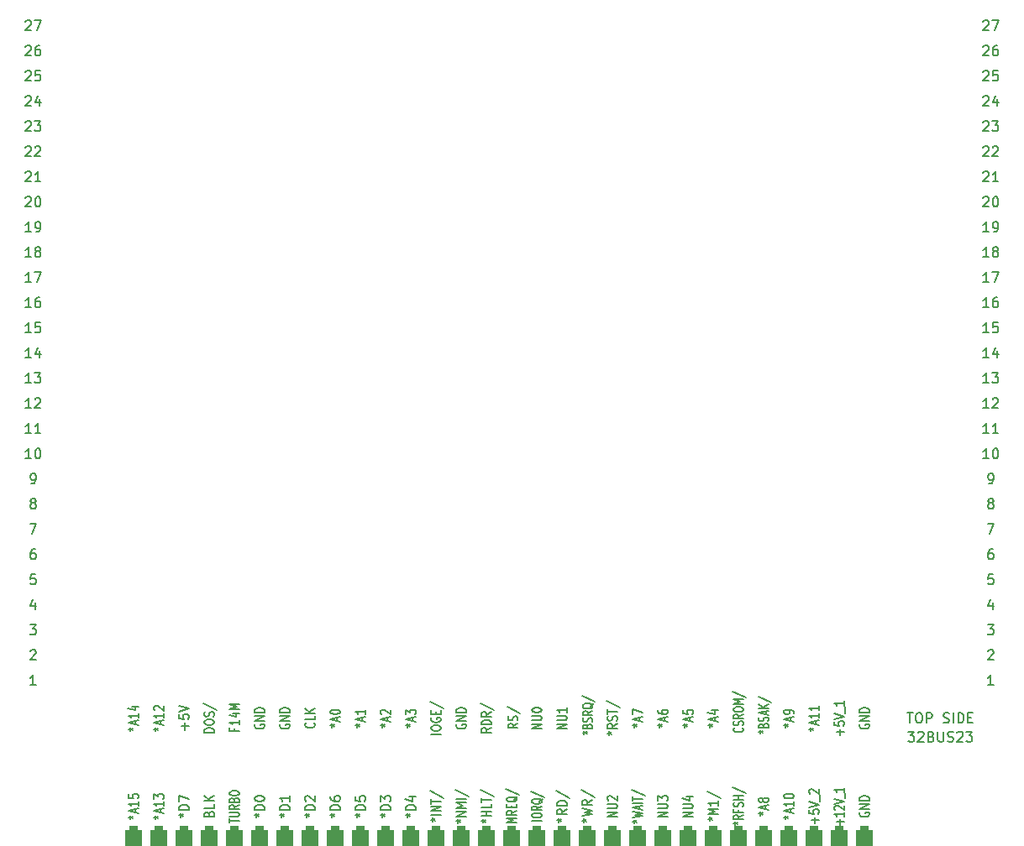
<source format=gto>
G04 #@! TF.GenerationSoftware,KiCad,Pcbnew,6.0.11-2627ca5db0~126~ubuntu20.04.1*
G04 #@! TF.CreationDate,2023-08-10T13:47:57+05:00*
G04 #@! TF.ProjectId,zx_01,7a785f30-312e-46b6-9963-61645f706362,rev?*
G04 #@! TF.SameCoordinates,Original*
G04 #@! TF.FileFunction,Legend,Top*
G04 #@! TF.FilePolarity,Positive*
%FSLAX46Y46*%
G04 Gerber Fmt 4.6, Leading zero omitted, Abs format (unit mm)*
G04 Created by KiCad (PCBNEW 6.0.11-2627ca5db0~126~ubuntu20.04.1) date 2023-08-10 13:47:57*
%MOMM*%
%LPD*%
G01*
G04 APERTURE LIST*
G04 Aperture macros list*
%AMRoundRect*
0 Rectangle with rounded corners*
0 $1 Rounding radius*
0 $2 $3 $4 $5 $6 $7 $8 $9 X,Y pos of 4 corners*
0 Add a 4 corners polygon primitive as box body*
4,1,4,$2,$3,$4,$5,$6,$7,$8,$9,$2,$3,0*
0 Add four circle primitives for the rounded corners*
1,1,$1+$1,$2,$3*
1,1,$1+$1,$4,$5*
1,1,$1+$1,$6,$7*
1,1,$1+$1,$8,$9*
0 Add four rect primitives between the rounded corners*
20,1,$1+$1,$2,$3,$4,$5,0*
20,1,$1+$1,$4,$5,$6,$7,0*
20,1,$1+$1,$6,$7,$8,$9,0*
20,1,$1+$1,$8,$9,$2,$3,0*%
G04 Aperture macros list end*
%ADD10C,0.150000*%
%ADD11C,2.100000*%
%ADD12C,5.000000*%
%ADD13O,1.800000X2.250000*%
%ADD14RoundRect,0.425000X0.425000X-3.575000X0.425000X3.575000X-0.425000X3.575000X-0.425000X-3.575000X0*%
G04 APERTURE END LIST*
D10*
X61523571Y-139815000D02*
X61571190Y-139686428D01*
X61618809Y-139643571D01*
X61714047Y-139600714D01*
X61856904Y-139600714D01*
X61952142Y-139643571D01*
X61999761Y-139686428D01*
X62047380Y-139772142D01*
X62047380Y-140115000D01*
X61047380Y-140115000D01*
X61047380Y-139815000D01*
X61095000Y-139729285D01*
X61142619Y-139686428D01*
X61237857Y-139643571D01*
X61333095Y-139643571D01*
X61428333Y-139686428D01*
X61475952Y-139729285D01*
X61523571Y-139815000D01*
X61523571Y-140115000D01*
X62047380Y-138786428D02*
X62047380Y-139215000D01*
X61047380Y-139215000D01*
X62047380Y-138486428D02*
X61047380Y-138486428D01*
X62047380Y-137972142D02*
X61475952Y-138357857D01*
X61047380Y-137972142D02*
X61618809Y-138486428D01*
X104227380Y-140565000D02*
X104465476Y-140565000D01*
X104370238Y-140731666D02*
X104465476Y-140565000D01*
X104370238Y-140398333D01*
X104655952Y-140665000D02*
X104465476Y-140565000D01*
X104655952Y-140465000D01*
X104227380Y-140198333D02*
X105227380Y-140031666D01*
X104513095Y-139898333D01*
X105227380Y-139765000D01*
X104227380Y-139598333D01*
X104941666Y-139365000D02*
X104941666Y-139031666D01*
X105227380Y-139431666D02*
X104227380Y-139198333D01*
X105227380Y-138965000D01*
X105227380Y-138731666D02*
X104227380Y-138731666D01*
X104227380Y-138498333D02*
X104227380Y-138098333D01*
X105227380Y-138298333D02*
X104227380Y-138298333D01*
X104179761Y-137365000D02*
X105465476Y-137965000D01*
X44053095Y-115657380D02*
X43576904Y-115657380D01*
X43529285Y-116133571D01*
X43576904Y-116085952D01*
X43672142Y-116038333D01*
X43910238Y-116038333D01*
X44005476Y-116085952D01*
X44053095Y-116133571D01*
X44100714Y-116228809D01*
X44100714Y-116466904D01*
X44053095Y-116562142D01*
X44005476Y-116609761D01*
X43910238Y-116657380D01*
X43672142Y-116657380D01*
X43576904Y-116609761D01*
X43529285Y-116562142D01*
X119467380Y-130898809D02*
X119705476Y-130898809D01*
X119610238Y-131089285D02*
X119705476Y-130898809D01*
X119610238Y-130708333D01*
X119895952Y-131013095D02*
X119705476Y-130898809D01*
X119895952Y-130784523D01*
X120181666Y-130441666D02*
X120181666Y-130060714D01*
X120467380Y-130517857D02*
X119467380Y-130251190D01*
X120467380Y-129984523D01*
X120467380Y-129679761D02*
X120467380Y-129527380D01*
X120419761Y-129451190D01*
X120372142Y-129413095D01*
X120229285Y-129336904D01*
X120038809Y-129298809D01*
X119657857Y-129298809D01*
X119562619Y-129336904D01*
X119515000Y-129375000D01*
X119467380Y-129451190D01*
X119467380Y-129603571D01*
X119515000Y-129679761D01*
X119562619Y-129717857D01*
X119657857Y-129755952D01*
X119895952Y-129755952D01*
X119991190Y-129717857D01*
X120038809Y-129679761D01*
X120086428Y-129603571D01*
X120086428Y-129451190D01*
X120038809Y-129375000D01*
X119991190Y-129336904D01*
X119895952Y-129298809D01*
X73747380Y-130898809D02*
X73985476Y-130898809D01*
X73890238Y-131089285D02*
X73985476Y-130898809D01*
X73890238Y-130708333D01*
X74175952Y-131013095D02*
X73985476Y-130898809D01*
X74175952Y-130784523D01*
X74461666Y-130441666D02*
X74461666Y-130060714D01*
X74747380Y-130517857D02*
X73747380Y-130251190D01*
X74747380Y-129984523D01*
X73747380Y-129565476D02*
X73747380Y-129489285D01*
X73795000Y-129413095D01*
X73842619Y-129375000D01*
X73937857Y-129336904D01*
X74128333Y-129298809D01*
X74366428Y-129298809D01*
X74556904Y-129336904D01*
X74652142Y-129375000D01*
X74699761Y-129413095D01*
X74747380Y-129489285D01*
X74747380Y-129565476D01*
X74699761Y-129641666D01*
X74652142Y-129679761D01*
X74556904Y-129717857D01*
X74366428Y-129755952D01*
X74128333Y-129755952D01*
X73937857Y-129717857D01*
X73842619Y-129679761D01*
X73795000Y-129641666D01*
X73747380Y-129565476D01*
X43053095Y-59872619D02*
X43100714Y-59825000D01*
X43195952Y-59777380D01*
X43434047Y-59777380D01*
X43529285Y-59825000D01*
X43576904Y-59872619D01*
X43624523Y-59967857D01*
X43624523Y-60063095D01*
X43576904Y-60205952D01*
X43005476Y-60777380D01*
X43624523Y-60777380D01*
X43957857Y-59777380D02*
X44624523Y-59777380D01*
X44195952Y-60777380D01*
X43719761Y-108465952D02*
X43624523Y-108418333D01*
X43576904Y-108370714D01*
X43529285Y-108275476D01*
X43529285Y-108227857D01*
X43576904Y-108132619D01*
X43624523Y-108085000D01*
X43719761Y-108037380D01*
X43910238Y-108037380D01*
X44005476Y-108085000D01*
X44053095Y-108132619D01*
X44100714Y-108227857D01*
X44100714Y-108275476D01*
X44053095Y-108370714D01*
X44005476Y-108418333D01*
X43910238Y-108465952D01*
X43719761Y-108465952D01*
X43624523Y-108513571D01*
X43576904Y-108561190D01*
X43529285Y-108656428D01*
X43529285Y-108846904D01*
X43576904Y-108942142D01*
X43624523Y-108989761D01*
X43719761Y-109037380D01*
X43910238Y-109037380D01*
X44005476Y-108989761D01*
X44053095Y-108942142D01*
X44100714Y-108846904D01*
X44100714Y-108656428D01*
X44053095Y-108561190D01*
X44005476Y-108513571D01*
X43910238Y-108465952D01*
X44005476Y-113117380D02*
X43815000Y-113117380D01*
X43719761Y-113165000D01*
X43672142Y-113212619D01*
X43576904Y-113355476D01*
X43529285Y-113545952D01*
X43529285Y-113926904D01*
X43576904Y-114022142D01*
X43624523Y-114069761D01*
X43719761Y-114117380D01*
X43910238Y-114117380D01*
X44005476Y-114069761D01*
X44053095Y-114022142D01*
X44100714Y-113926904D01*
X44100714Y-113688809D01*
X44053095Y-113593571D01*
X44005476Y-113545952D01*
X43910238Y-113498333D01*
X43719761Y-113498333D01*
X43624523Y-113545952D01*
X43576904Y-113593571D01*
X43529285Y-113688809D01*
X96607380Y-140436428D02*
X96845476Y-140436428D01*
X96750238Y-140650714D02*
X96845476Y-140436428D01*
X96750238Y-140222142D01*
X97035952Y-140565000D02*
X96845476Y-140436428D01*
X97035952Y-140307857D01*
X97607380Y-139365000D02*
X97131190Y-139665000D01*
X97607380Y-139879285D02*
X96607380Y-139879285D01*
X96607380Y-139536428D01*
X96655000Y-139450714D01*
X96702619Y-139407857D01*
X96797857Y-139365000D01*
X96940714Y-139365000D01*
X97035952Y-139407857D01*
X97083571Y-139450714D01*
X97131190Y-139536428D01*
X97131190Y-139879285D01*
X97607380Y-138979285D02*
X96607380Y-138979285D01*
X96607380Y-138765000D01*
X96655000Y-138636428D01*
X96750238Y-138550714D01*
X96845476Y-138507857D01*
X97035952Y-138465000D01*
X97178809Y-138465000D01*
X97369285Y-138507857D01*
X97464523Y-138550714D01*
X97559761Y-138636428D01*
X97607380Y-138765000D01*
X97607380Y-138979285D01*
X96559761Y-137436428D02*
X97845476Y-138207857D01*
X43624523Y-96337380D02*
X43053095Y-96337380D01*
X43338809Y-96337380D02*
X43338809Y-95337380D01*
X43243571Y-95480238D01*
X43148333Y-95575476D01*
X43053095Y-95623095D01*
X43957857Y-95337380D02*
X44576904Y-95337380D01*
X44243571Y-95718333D01*
X44386428Y-95718333D01*
X44481666Y-95765952D01*
X44529285Y-95813571D01*
X44576904Y-95908809D01*
X44576904Y-96146904D01*
X44529285Y-96242142D01*
X44481666Y-96289761D01*
X44386428Y-96337380D01*
X44100714Y-96337380D01*
X44005476Y-96289761D01*
X43957857Y-96242142D01*
X140144523Y-81097380D02*
X139573095Y-81097380D01*
X139858809Y-81097380D02*
X139858809Y-80097380D01*
X139763571Y-80240238D01*
X139668333Y-80335476D01*
X139573095Y-80383095D01*
X140620714Y-81097380D02*
X140811190Y-81097380D01*
X140906428Y-81049761D01*
X140954047Y-81002142D01*
X141049285Y-80859285D01*
X141096904Y-80668809D01*
X141096904Y-80287857D01*
X141049285Y-80192619D01*
X141001666Y-80145000D01*
X140906428Y-80097380D01*
X140715952Y-80097380D01*
X140620714Y-80145000D01*
X140573095Y-80192619D01*
X140525476Y-80287857D01*
X140525476Y-80525952D01*
X140573095Y-80621190D01*
X140620714Y-80668809D01*
X140715952Y-80716428D01*
X140906428Y-80716428D01*
X141001666Y-80668809D01*
X141049285Y-80621190D01*
X141096904Y-80525952D01*
X43053095Y-67492619D02*
X43100714Y-67445000D01*
X43195952Y-67397380D01*
X43434047Y-67397380D01*
X43529285Y-67445000D01*
X43576904Y-67492619D01*
X43624523Y-67587857D01*
X43624523Y-67683095D01*
X43576904Y-67825952D01*
X43005476Y-68397380D01*
X43624523Y-68397380D01*
X44481666Y-67730714D02*
X44481666Y-68397380D01*
X44243571Y-67349761D02*
X44005476Y-68064047D01*
X44624523Y-68064047D01*
X43053095Y-62412619D02*
X43100714Y-62365000D01*
X43195952Y-62317380D01*
X43434047Y-62317380D01*
X43529285Y-62365000D01*
X43576904Y-62412619D01*
X43624523Y-62507857D01*
X43624523Y-62603095D01*
X43576904Y-62745952D01*
X43005476Y-63317380D01*
X43624523Y-63317380D01*
X44481666Y-62317380D02*
X44291190Y-62317380D01*
X44195952Y-62365000D01*
X44148333Y-62412619D01*
X44053095Y-62555476D01*
X44005476Y-62745952D01*
X44005476Y-63126904D01*
X44053095Y-63222142D01*
X44100714Y-63269761D01*
X44195952Y-63317380D01*
X44386428Y-63317380D01*
X44481666Y-63269761D01*
X44529285Y-63222142D01*
X44576904Y-63126904D01*
X44576904Y-62888809D01*
X44529285Y-62793571D01*
X44481666Y-62745952D01*
X44386428Y-62698333D01*
X44195952Y-62698333D01*
X44100714Y-62745952D01*
X44053095Y-62793571D01*
X44005476Y-62888809D01*
X86495000Y-130784523D02*
X86447380Y-130860714D01*
X86447380Y-130975000D01*
X86495000Y-131089285D01*
X86590238Y-131165476D01*
X86685476Y-131203571D01*
X86875952Y-131241666D01*
X87018809Y-131241666D01*
X87209285Y-131203571D01*
X87304523Y-131165476D01*
X87399761Y-131089285D01*
X87447380Y-130975000D01*
X87447380Y-130898809D01*
X87399761Y-130784523D01*
X87352142Y-130746428D01*
X87018809Y-130746428D01*
X87018809Y-130898809D01*
X87447380Y-130403571D02*
X86447380Y-130403571D01*
X87447380Y-129946428D01*
X86447380Y-129946428D01*
X87447380Y-129565476D02*
X86447380Y-129565476D01*
X86447380Y-129375000D01*
X86495000Y-129260714D01*
X86590238Y-129184523D01*
X86685476Y-129146428D01*
X86875952Y-129108333D01*
X87018809Y-129108333D01*
X87209285Y-129146428D01*
X87304523Y-129184523D01*
X87399761Y-129260714D01*
X87447380Y-129375000D01*
X87447380Y-129565476D01*
X131993095Y-131532380D02*
X132612142Y-131532380D01*
X132278809Y-131913333D01*
X132421666Y-131913333D01*
X132516904Y-131960952D01*
X132564523Y-132008571D01*
X132612142Y-132103809D01*
X132612142Y-132341904D01*
X132564523Y-132437142D01*
X132516904Y-132484761D01*
X132421666Y-132532380D01*
X132135952Y-132532380D01*
X132040714Y-132484761D01*
X131993095Y-132437142D01*
X132993095Y-131627619D02*
X133040714Y-131580000D01*
X133135952Y-131532380D01*
X133374047Y-131532380D01*
X133469285Y-131580000D01*
X133516904Y-131627619D01*
X133564523Y-131722857D01*
X133564523Y-131818095D01*
X133516904Y-131960952D01*
X132945476Y-132532380D01*
X133564523Y-132532380D01*
X134326428Y-132008571D02*
X134469285Y-132056190D01*
X134516904Y-132103809D01*
X134564523Y-132199047D01*
X134564523Y-132341904D01*
X134516904Y-132437142D01*
X134469285Y-132484761D01*
X134374047Y-132532380D01*
X133993095Y-132532380D01*
X133993095Y-131532380D01*
X134326428Y-131532380D01*
X134421666Y-131580000D01*
X134469285Y-131627619D01*
X134516904Y-131722857D01*
X134516904Y-131818095D01*
X134469285Y-131913333D01*
X134421666Y-131960952D01*
X134326428Y-132008571D01*
X133993095Y-132008571D01*
X134993095Y-131532380D02*
X134993095Y-132341904D01*
X135040714Y-132437142D01*
X135088333Y-132484761D01*
X135183571Y-132532380D01*
X135374047Y-132532380D01*
X135469285Y-132484761D01*
X135516904Y-132437142D01*
X135564523Y-132341904D01*
X135564523Y-131532380D01*
X135993095Y-132484761D02*
X136135952Y-132532380D01*
X136374047Y-132532380D01*
X136469285Y-132484761D01*
X136516904Y-132437142D01*
X136564523Y-132341904D01*
X136564523Y-132246666D01*
X136516904Y-132151428D01*
X136469285Y-132103809D01*
X136374047Y-132056190D01*
X136183571Y-132008571D01*
X136088333Y-131960952D01*
X136040714Y-131913333D01*
X135993095Y-131818095D01*
X135993095Y-131722857D01*
X136040714Y-131627619D01*
X136088333Y-131580000D01*
X136183571Y-131532380D01*
X136421666Y-131532380D01*
X136564523Y-131580000D01*
X136945476Y-131627619D02*
X136993095Y-131580000D01*
X137088333Y-131532380D01*
X137326428Y-131532380D01*
X137421666Y-131580000D01*
X137469285Y-131627619D01*
X137516904Y-131722857D01*
X137516904Y-131818095D01*
X137469285Y-131960952D01*
X136897857Y-132532380D01*
X137516904Y-132532380D01*
X137850238Y-131532380D02*
X138469285Y-131532380D01*
X138135952Y-131913333D01*
X138278809Y-131913333D01*
X138374047Y-131960952D01*
X138421666Y-132008571D01*
X138469285Y-132103809D01*
X138469285Y-132341904D01*
X138421666Y-132437142D01*
X138374047Y-132484761D01*
X138278809Y-132532380D01*
X137993095Y-132532380D01*
X137897857Y-132484761D01*
X137850238Y-132437142D01*
X64081656Y-131193993D02*
X64081656Y-131460660D01*
X64605465Y-131460660D02*
X63605465Y-131460660D01*
X63605465Y-131079708D01*
X64605465Y-130355898D02*
X64605465Y-130813041D01*
X64605465Y-130584470D02*
X63605465Y-130584470D01*
X63748323Y-130660660D01*
X63843561Y-130736851D01*
X63891180Y-130813041D01*
X63938799Y-129670184D02*
X64605465Y-129670184D01*
X63557846Y-129860660D02*
X64272132Y-130051136D01*
X64272132Y-129555898D01*
X64605465Y-129251136D02*
X63605465Y-129251136D01*
X64319751Y-128984470D01*
X63605465Y-128717803D01*
X64605465Y-128717803D01*
X131897857Y-129627380D02*
X132469285Y-129627380D01*
X132183571Y-130627380D02*
X132183571Y-129627380D01*
X132993095Y-129627380D02*
X133183571Y-129627380D01*
X133278809Y-129675000D01*
X133374047Y-129770238D01*
X133421666Y-129960714D01*
X133421666Y-130294047D01*
X133374047Y-130484523D01*
X133278809Y-130579761D01*
X133183571Y-130627380D01*
X132993095Y-130627380D01*
X132897857Y-130579761D01*
X132802619Y-130484523D01*
X132755000Y-130294047D01*
X132755000Y-129960714D01*
X132802619Y-129770238D01*
X132897857Y-129675000D01*
X132993095Y-129627380D01*
X133850238Y-130627380D02*
X133850238Y-129627380D01*
X134231190Y-129627380D01*
X134326428Y-129675000D01*
X134374047Y-129722619D01*
X134421666Y-129817857D01*
X134421666Y-129960714D01*
X134374047Y-130055952D01*
X134326428Y-130103571D01*
X134231190Y-130151190D01*
X133850238Y-130151190D01*
X135564523Y-130579761D02*
X135707380Y-130627380D01*
X135945476Y-130627380D01*
X136040714Y-130579761D01*
X136088333Y-130532142D01*
X136135952Y-130436904D01*
X136135952Y-130341666D01*
X136088333Y-130246428D01*
X136040714Y-130198809D01*
X135945476Y-130151190D01*
X135755000Y-130103571D01*
X135659761Y-130055952D01*
X135612142Y-130008333D01*
X135564523Y-129913095D01*
X135564523Y-129817857D01*
X135612142Y-129722619D01*
X135659761Y-129675000D01*
X135755000Y-129627380D01*
X135993095Y-129627380D01*
X136135952Y-129675000D01*
X136564523Y-130627380D02*
X136564523Y-129627380D01*
X137040714Y-130627380D02*
X137040714Y-129627380D01*
X137278809Y-129627380D01*
X137421666Y-129675000D01*
X137516904Y-129770238D01*
X137564523Y-129865476D01*
X137612142Y-130055952D01*
X137612142Y-130198809D01*
X137564523Y-130389285D01*
X137516904Y-130484523D01*
X137421666Y-130579761D01*
X137278809Y-130627380D01*
X137040714Y-130627380D01*
X138040714Y-130103571D02*
X138374047Y-130103571D01*
X138516904Y-130627380D02*
X138040714Y-130627380D01*
X138040714Y-129627380D01*
X138516904Y-129627380D01*
X59126428Y-131332142D02*
X59126428Y-130646428D01*
X59507380Y-130989285D02*
X58745476Y-130989285D01*
X58507380Y-129789285D02*
X58507380Y-130217857D01*
X58983571Y-130260714D01*
X58935952Y-130217857D01*
X58888333Y-130132142D01*
X58888333Y-129917857D01*
X58935952Y-129832142D01*
X58983571Y-129789285D01*
X59078809Y-129746428D01*
X59316904Y-129746428D01*
X59412142Y-129789285D01*
X59459761Y-129832142D01*
X59507380Y-129917857D01*
X59507380Y-130132142D01*
X59459761Y-130217857D01*
X59412142Y-130260714D01*
X58507380Y-129489285D02*
X59507380Y-129189285D01*
X58507380Y-128889285D01*
X43624523Y-88717380D02*
X43053095Y-88717380D01*
X43338809Y-88717380D02*
X43338809Y-87717380D01*
X43243571Y-87860238D01*
X43148333Y-87955476D01*
X43053095Y-88003095D01*
X44481666Y-87717380D02*
X44291190Y-87717380D01*
X44195952Y-87765000D01*
X44148333Y-87812619D01*
X44053095Y-87955476D01*
X44005476Y-88145952D01*
X44005476Y-88526904D01*
X44053095Y-88622142D01*
X44100714Y-88669761D01*
X44195952Y-88717380D01*
X44386428Y-88717380D01*
X44481666Y-88669761D01*
X44529285Y-88622142D01*
X44576904Y-88526904D01*
X44576904Y-88288809D01*
X44529285Y-88193571D01*
X44481666Y-88145952D01*
X44386428Y-88098333D01*
X44195952Y-88098333D01*
X44100714Y-88145952D01*
X44053095Y-88193571D01*
X44005476Y-88288809D01*
X43053095Y-72572619D02*
X43100714Y-72525000D01*
X43195952Y-72477380D01*
X43434047Y-72477380D01*
X43529285Y-72525000D01*
X43576904Y-72572619D01*
X43624523Y-72667857D01*
X43624523Y-72763095D01*
X43576904Y-72905952D01*
X43005476Y-73477380D01*
X43624523Y-73477380D01*
X44005476Y-72572619D02*
X44053095Y-72525000D01*
X44148333Y-72477380D01*
X44386428Y-72477380D01*
X44481666Y-72525000D01*
X44529285Y-72572619D01*
X44576904Y-72667857D01*
X44576904Y-72763095D01*
X44529285Y-72905952D01*
X43957857Y-73477380D01*
X44576904Y-73477380D01*
X43624523Y-98877380D02*
X43053095Y-98877380D01*
X43338809Y-98877380D02*
X43338809Y-97877380D01*
X43243571Y-98020238D01*
X43148333Y-98115476D01*
X43053095Y-98163095D01*
X44005476Y-97972619D02*
X44053095Y-97925000D01*
X44148333Y-97877380D01*
X44386428Y-97877380D01*
X44481666Y-97925000D01*
X44529285Y-97972619D01*
X44576904Y-98067857D01*
X44576904Y-98163095D01*
X44529285Y-98305952D01*
X43957857Y-98877380D01*
X44576904Y-98877380D01*
X140620714Y-126817380D02*
X140049285Y-126817380D01*
X140335000Y-126817380D02*
X140335000Y-125817380D01*
X140239761Y-125960238D01*
X140144523Y-126055476D01*
X140049285Y-126103095D01*
X139573095Y-75112619D02*
X139620714Y-75065000D01*
X139715952Y-75017380D01*
X139954047Y-75017380D01*
X140049285Y-75065000D01*
X140096904Y-75112619D01*
X140144523Y-75207857D01*
X140144523Y-75303095D01*
X140096904Y-75445952D01*
X139525476Y-76017380D01*
X140144523Y-76017380D01*
X141096904Y-76017380D02*
X140525476Y-76017380D01*
X140811190Y-76017380D02*
X140811190Y-75017380D01*
X140715952Y-75160238D01*
X140620714Y-75255476D01*
X140525476Y-75303095D01*
X99190161Y-131635481D02*
X99428257Y-131635481D01*
X99333019Y-131802148D02*
X99428257Y-131635481D01*
X99333019Y-131468815D01*
X99618733Y-131735481D02*
X99428257Y-131635481D01*
X99618733Y-131535481D01*
X99666352Y-130968815D02*
X99713971Y-130868815D01*
X99761590Y-130835481D01*
X99856828Y-130802148D01*
X99999685Y-130802148D01*
X100094923Y-130835481D01*
X100142542Y-130868815D01*
X100190161Y-130935481D01*
X100190161Y-131202148D01*
X99190161Y-131202148D01*
X99190161Y-130968815D01*
X99237781Y-130902148D01*
X99285400Y-130868815D01*
X99380638Y-130835481D01*
X99475876Y-130835481D01*
X99571114Y-130868815D01*
X99618733Y-130902148D01*
X99666352Y-130968815D01*
X99666352Y-131202148D01*
X100142542Y-130535481D02*
X100190161Y-130435481D01*
X100190161Y-130268815D01*
X100142542Y-130202148D01*
X100094923Y-130168815D01*
X99999685Y-130135481D01*
X99904447Y-130135481D01*
X99809209Y-130168815D01*
X99761590Y-130202148D01*
X99713971Y-130268815D01*
X99666352Y-130402148D01*
X99618733Y-130468815D01*
X99571114Y-130502148D01*
X99475876Y-130535481D01*
X99380638Y-130535481D01*
X99285400Y-130502148D01*
X99237781Y-130468815D01*
X99190161Y-130402148D01*
X99190161Y-130235481D01*
X99237781Y-130135481D01*
X100190161Y-129435481D02*
X99713971Y-129668815D01*
X100190161Y-129835481D02*
X99190161Y-129835481D01*
X99190161Y-129568815D01*
X99237781Y-129502148D01*
X99285400Y-129468815D01*
X99380638Y-129435481D01*
X99523495Y-129435481D01*
X99618733Y-129468815D01*
X99666352Y-129502148D01*
X99713971Y-129568815D01*
X99713971Y-129835481D01*
X100285400Y-128668815D02*
X100237781Y-128735481D01*
X100142542Y-128802148D01*
X99999685Y-128902148D01*
X99952066Y-128968815D01*
X99952066Y-129035481D01*
X100190161Y-129002148D02*
X100142542Y-129068815D01*
X100047304Y-129135481D01*
X99856828Y-129168815D01*
X99523495Y-129168815D01*
X99333019Y-129135481D01*
X99237781Y-129068815D01*
X99190161Y-129002148D01*
X99190161Y-128868815D01*
X99237781Y-128802148D01*
X99333019Y-128735481D01*
X99523495Y-128702148D01*
X99856828Y-128702148D01*
X100047304Y-128735481D01*
X100142542Y-128802148D01*
X100190161Y-128868815D01*
X100190161Y-129002148D01*
X99142542Y-127902148D02*
X100428257Y-128502148D01*
X110307380Y-140093571D02*
X109307380Y-140093571D01*
X110307380Y-139636428D01*
X109307380Y-139636428D01*
X109307380Y-139255476D02*
X110116904Y-139255476D01*
X110212142Y-139217380D01*
X110259761Y-139179285D01*
X110307380Y-139103095D01*
X110307380Y-138950714D01*
X110259761Y-138874523D01*
X110212142Y-138836428D01*
X110116904Y-138798333D01*
X109307380Y-138798333D01*
X109640714Y-138074523D02*
X110307380Y-138074523D01*
X109259761Y-138265000D02*
X109974047Y-138455476D01*
X109974047Y-137960238D01*
X92655674Y-130701030D02*
X92179484Y-130967697D01*
X92655674Y-131158173D02*
X91655674Y-131158173D01*
X91655674Y-130853411D01*
X91703294Y-130777221D01*
X91750913Y-130739126D01*
X91846151Y-130701030D01*
X91989008Y-130701030D01*
X92084246Y-130739126D01*
X92131865Y-130777221D01*
X92179484Y-130853411D01*
X92179484Y-131158173D01*
X92608055Y-130396269D02*
X92655674Y-130281983D01*
X92655674Y-130091507D01*
X92608055Y-130015316D01*
X92560436Y-129977221D01*
X92465198Y-129939126D01*
X92369960Y-129939126D01*
X92274722Y-129977221D01*
X92227103Y-130015316D01*
X92179484Y-130091507D01*
X92131865Y-130243888D01*
X92084246Y-130320078D01*
X92036627Y-130358173D01*
X91941389Y-130396269D01*
X91846151Y-130396269D01*
X91750913Y-130358173D01*
X91703294Y-130320078D01*
X91655674Y-130243888D01*
X91655674Y-130053411D01*
X91703294Y-129939126D01*
X91608055Y-129024840D02*
X92893770Y-129710554D01*
X140239761Y-108465952D02*
X140144523Y-108418333D01*
X140096904Y-108370714D01*
X140049285Y-108275476D01*
X140049285Y-108227857D01*
X140096904Y-108132619D01*
X140144523Y-108085000D01*
X140239761Y-108037380D01*
X140430238Y-108037380D01*
X140525476Y-108085000D01*
X140573095Y-108132619D01*
X140620714Y-108227857D01*
X140620714Y-108275476D01*
X140573095Y-108370714D01*
X140525476Y-108418333D01*
X140430238Y-108465952D01*
X140239761Y-108465952D01*
X140144523Y-108513571D01*
X140096904Y-108561190D01*
X140049285Y-108656428D01*
X140049285Y-108846904D01*
X140096904Y-108942142D01*
X140144523Y-108989761D01*
X140239761Y-109037380D01*
X140430238Y-109037380D01*
X140525476Y-108989761D01*
X140573095Y-108942142D01*
X140620714Y-108846904D01*
X140620714Y-108656428D01*
X140573095Y-108561190D01*
X140525476Y-108513571D01*
X140430238Y-108465952D01*
X140144523Y-91257380D02*
X139573095Y-91257380D01*
X139858809Y-91257380D02*
X139858809Y-90257380D01*
X139763571Y-90400238D01*
X139668333Y-90495476D01*
X139573095Y-90543095D01*
X141049285Y-90257380D02*
X140573095Y-90257380D01*
X140525476Y-90733571D01*
X140573095Y-90685952D01*
X140668333Y-90638333D01*
X140906428Y-90638333D01*
X141001666Y-90685952D01*
X141049285Y-90733571D01*
X141096904Y-90828809D01*
X141096904Y-91066904D01*
X141049285Y-91162142D01*
X141001666Y-91209761D01*
X140906428Y-91257380D01*
X140668333Y-91257380D01*
X140573095Y-91209761D01*
X140525476Y-91162142D01*
X109307380Y-130898809D02*
X109545476Y-130898809D01*
X109450238Y-131089285D02*
X109545476Y-130898809D01*
X109450238Y-130708333D01*
X109735952Y-131013095D02*
X109545476Y-130898809D01*
X109735952Y-130784523D01*
X110021666Y-130441666D02*
X110021666Y-130060714D01*
X110307380Y-130517857D02*
X109307380Y-130251190D01*
X110307380Y-129984523D01*
X109307380Y-129336904D02*
X109307380Y-129717857D01*
X109783571Y-129755952D01*
X109735952Y-129717857D01*
X109688333Y-129641666D01*
X109688333Y-129451190D01*
X109735952Y-129375000D01*
X109783571Y-129336904D01*
X109878809Y-129298809D01*
X110116904Y-129298809D01*
X110212142Y-129336904D01*
X110259761Y-129375000D01*
X110307380Y-129451190D01*
X110307380Y-129641666D01*
X110259761Y-129717857D01*
X110212142Y-129755952D01*
X99147380Y-140500714D02*
X99385476Y-140500714D01*
X99290238Y-140715000D02*
X99385476Y-140500714D01*
X99290238Y-140286428D01*
X99575952Y-140629285D02*
X99385476Y-140500714D01*
X99575952Y-140372142D01*
X99147380Y-140029285D02*
X100147380Y-139815000D01*
X99433095Y-139643571D01*
X100147380Y-139472142D01*
X99147380Y-139257857D01*
X100147380Y-138400714D02*
X99671190Y-138700714D01*
X100147380Y-138915000D02*
X99147380Y-138915000D01*
X99147380Y-138572142D01*
X99195000Y-138486428D01*
X99242619Y-138443571D01*
X99337857Y-138400714D01*
X99480714Y-138400714D01*
X99575952Y-138443571D01*
X99623571Y-138486428D01*
X99671190Y-138572142D01*
X99671190Y-138915000D01*
X99099761Y-137372142D02*
X100385476Y-138143571D01*
X89987380Y-131146428D02*
X89511190Y-131413095D01*
X89987380Y-131603571D02*
X88987380Y-131603571D01*
X88987380Y-131298809D01*
X89035000Y-131222619D01*
X89082619Y-131184523D01*
X89177857Y-131146428D01*
X89320714Y-131146428D01*
X89415952Y-131184523D01*
X89463571Y-131222619D01*
X89511190Y-131298809D01*
X89511190Y-131603571D01*
X89987380Y-130803571D02*
X88987380Y-130803571D01*
X88987380Y-130613095D01*
X89035000Y-130498809D01*
X89130238Y-130422619D01*
X89225476Y-130384523D01*
X89415952Y-130346428D01*
X89558809Y-130346428D01*
X89749285Y-130384523D01*
X89844523Y-130422619D01*
X89939761Y-130498809D01*
X89987380Y-130613095D01*
X89987380Y-130803571D01*
X89987380Y-129546428D02*
X89511190Y-129813095D01*
X89987380Y-130003571D02*
X88987380Y-130003571D01*
X88987380Y-129698809D01*
X89035000Y-129622619D01*
X89082619Y-129584523D01*
X89177857Y-129546428D01*
X89320714Y-129546428D01*
X89415952Y-129584523D01*
X89463571Y-129622619D01*
X89511190Y-129698809D01*
X89511190Y-130003571D01*
X88939761Y-128632142D02*
X90225476Y-129317857D01*
X140049285Y-123372619D02*
X140096904Y-123325000D01*
X140192142Y-123277380D01*
X140430238Y-123277380D01*
X140525476Y-123325000D01*
X140573095Y-123372619D01*
X140620714Y-123467857D01*
X140620714Y-123563095D01*
X140573095Y-123705952D01*
X140001666Y-124277380D01*
X140620714Y-124277380D01*
X43624523Y-91257380D02*
X43053095Y-91257380D01*
X43338809Y-91257380D02*
X43338809Y-90257380D01*
X43243571Y-90400238D01*
X43148333Y-90495476D01*
X43053095Y-90543095D01*
X44529285Y-90257380D02*
X44053095Y-90257380D01*
X44005476Y-90733571D01*
X44053095Y-90685952D01*
X44148333Y-90638333D01*
X44386428Y-90638333D01*
X44481666Y-90685952D01*
X44529285Y-90733571D01*
X44576904Y-90828809D01*
X44576904Y-91066904D01*
X44529285Y-91162142D01*
X44481666Y-91209761D01*
X44386428Y-91257380D01*
X44148333Y-91257380D01*
X44053095Y-91209761D01*
X44005476Y-91162142D01*
X139573095Y-67492619D02*
X139620714Y-67445000D01*
X139715952Y-67397380D01*
X139954047Y-67397380D01*
X140049285Y-67445000D01*
X140096904Y-67492619D01*
X140144523Y-67587857D01*
X140144523Y-67683095D01*
X140096904Y-67825952D01*
X139525476Y-68397380D01*
X140144523Y-68397380D01*
X141001666Y-67730714D02*
X141001666Y-68397380D01*
X140763571Y-67349761D02*
X140525476Y-68064047D01*
X141144523Y-68064047D01*
X139573095Y-59872619D02*
X139620714Y-59825000D01*
X139715952Y-59777380D01*
X139954047Y-59777380D01*
X140049285Y-59825000D01*
X140096904Y-59872619D01*
X140144523Y-59967857D01*
X140144523Y-60063095D01*
X140096904Y-60205952D01*
X139525476Y-60777380D01*
X140144523Y-60777380D01*
X140477857Y-59777380D02*
X141144523Y-59777380D01*
X140715952Y-60777380D01*
X140525476Y-113117380D02*
X140335000Y-113117380D01*
X140239761Y-113165000D01*
X140192142Y-113212619D01*
X140096904Y-113355476D01*
X140049285Y-113545952D01*
X140049285Y-113926904D01*
X140096904Y-114022142D01*
X140144523Y-114069761D01*
X140239761Y-114117380D01*
X140430238Y-114117380D01*
X140525476Y-114069761D01*
X140573095Y-114022142D01*
X140620714Y-113926904D01*
X140620714Y-113688809D01*
X140573095Y-113593571D01*
X140525476Y-113545952D01*
X140430238Y-113498333D01*
X140239761Y-113498333D01*
X140144523Y-113545952D01*
X140096904Y-113593571D01*
X140049285Y-113688809D01*
X78827380Y-130898809D02*
X79065476Y-130898809D01*
X78970238Y-131089285D02*
X79065476Y-130898809D01*
X78970238Y-130708333D01*
X79255952Y-131013095D02*
X79065476Y-130898809D01*
X79255952Y-130784523D01*
X79541666Y-130441666D02*
X79541666Y-130060714D01*
X79827380Y-130517857D02*
X78827380Y-130251190D01*
X79827380Y-129984523D01*
X78922619Y-129755952D02*
X78875000Y-129717857D01*
X78827380Y-129641666D01*
X78827380Y-129451190D01*
X78875000Y-129375000D01*
X78922619Y-129336904D01*
X79017857Y-129298809D01*
X79113095Y-129298809D01*
X79255952Y-129336904D01*
X79827380Y-129794047D01*
X79827380Y-129298809D01*
X84907380Y-131775000D02*
X83907380Y-131775000D01*
X83907380Y-131241666D02*
X83907380Y-131089285D01*
X83955000Y-131013095D01*
X84050238Y-130936904D01*
X84240714Y-130898809D01*
X84574047Y-130898809D01*
X84764523Y-130936904D01*
X84859761Y-131013095D01*
X84907380Y-131089285D01*
X84907380Y-131241666D01*
X84859761Y-131317857D01*
X84764523Y-131394047D01*
X84574047Y-131432142D01*
X84240714Y-131432142D01*
X84050238Y-131394047D01*
X83955000Y-131317857D01*
X83907380Y-131241666D01*
X83955000Y-130136904D02*
X83907380Y-130213095D01*
X83907380Y-130327380D01*
X83955000Y-130441666D01*
X84050238Y-130517857D01*
X84145476Y-130555952D01*
X84335952Y-130594047D01*
X84478809Y-130594047D01*
X84669285Y-130555952D01*
X84764523Y-130517857D01*
X84859761Y-130441666D01*
X84907380Y-130327380D01*
X84907380Y-130251190D01*
X84859761Y-130136904D01*
X84812142Y-130098809D01*
X84478809Y-130098809D01*
X84478809Y-130251190D01*
X84383571Y-129755952D02*
X84383571Y-129489285D01*
X84907380Y-129375000D02*
X84907380Y-129755952D01*
X83907380Y-129755952D01*
X83907380Y-129375000D01*
X83859761Y-128460714D02*
X85145476Y-129146428D01*
X86447380Y-140550714D02*
X86685476Y-140550714D01*
X86590238Y-140741190D02*
X86685476Y-140550714D01*
X86590238Y-140360238D01*
X86875952Y-140665000D02*
X86685476Y-140550714D01*
X86875952Y-140436428D01*
X87447380Y-140055476D02*
X86447380Y-140055476D01*
X87447380Y-139598333D01*
X86447380Y-139598333D01*
X87447380Y-139217380D02*
X86447380Y-139217380D01*
X87161666Y-138950714D01*
X86447380Y-138684047D01*
X87447380Y-138684047D01*
X87447380Y-138303095D02*
X86447380Y-138303095D01*
X86399761Y-137350714D02*
X87685476Y-138036428D01*
X140144523Y-86177380D02*
X139573095Y-86177380D01*
X139858809Y-86177380D02*
X139858809Y-85177380D01*
X139763571Y-85320238D01*
X139668333Y-85415476D01*
X139573095Y-85463095D01*
X140477857Y-85177380D02*
X141144523Y-85177380D01*
X140715952Y-86177380D01*
X139573095Y-64952619D02*
X139620714Y-64905000D01*
X139715952Y-64857380D01*
X139954047Y-64857380D01*
X140049285Y-64905000D01*
X140096904Y-64952619D01*
X140144523Y-65047857D01*
X140144523Y-65143095D01*
X140096904Y-65285952D01*
X139525476Y-65857380D01*
X140144523Y-65857380D01*
X141049285Y-64857380D02*
X140573095Y-64857380D01*
X140525476Y-65333571D01*
X140573095Y-65285952D01*
X140668333Y-65238333D01*
X140906428Y-65238333D01*
X141001666Y-65285952D01*
X141049285Y-65333571D01*
X141096904Y-65428809D01*
X141096904Y-65666904D01*
X141049285Y-65762142D01*
X141001666Y-65809761D01*
X140906428Y-65857380D01*
X140668333Y-65857380D01*
X140573095Y-65809761D01*
X140525476Y-65762142D01*
X114387380Y-140781666D02*
X114625476Y-140781666D01*
X114530238Y-140948333D02*
X114625476Y-140781666D01*
X114530238Y-140615000D01*
X114815952Y-140881666D02*
X114625476Y-140781666D01*
X114815952Y-140681666D01*
X115387380Y-139948333D02*
X114911190Y-140181666D01*
X115387380Y-140348333D02*
X114387380Y-140348333D01*
X114387380Y-140081666D01*
X114435000Y-140015000D01*
X114482619Y-139981666D01*
X114577857Y-139948333D01*
X114720714Y-139948333D01*
X114815952Y-139981666D01*
X114863571Y-140015000D01*
X114911190Y-140081666D01*
X114911190Y-140348333D01*
X114863571Y-139415000D02*
X114863571Y-139648333D01*
X115387380Y-139648333D02*
X114387380Y-139648333D01*
X114387380Y-139315000D01*
X115339761Y-139081666D02*
X115387380Y-138981666D01*
X115387380Y-138815000D01*
X115339761Y-138748333D01*
X115292142Y-138715000D01*
X115196904Y-138681666D01*
X115101666Y-138681666D01*
X115006428Y-138715000D01*
X114958809Y-138748333D01*
X114911190Y-138815000D01*
X114863571Y-138948333D01*
X114815952Y-139015000D01*
X114768333Y-139048333D01*
X114673095Y-139081666D01*
X114577857Y-139081666D01*
X114482619Y-139048333D01*
X114435000Y-139015000D01*
X114387380Y-138948333D01*
X114387380Y-138781666D01*
X114435000Y-138681666D01*
X115387380Y-138381666D02*
X114387380Y-138381666D01*
X114863571Y-138381666D02*
X114863571Y-137981666D01*
X115387380Y-137981666D02*
X114387380Y-137981666D01*
X114339761Y-137148333D02*
X115625476Y-137748333D01*
X71207380Y-139943571D02*
X71445476Y-139943571D01*
X71350238Y-140157857D02*
X71445476Y-139943571D01*
X71350238Y-139729285D01*
X71635952Y-140072142D02*
X71445476Y-139943571D01*
X71635952Y-139815000D01*
X72207380Y-139386428D02*
X71207380Y-139386428D01*
X71207380Y-139172142D01*
X71255000Y-139043571D01*
X71350238Y-138957857D01*
X71445476Y-138915000D01*
X71635952Y-138872142D01*
X71778809Y-138872142D01*
X71969285Y-138915000D01*
X72064523Y-138957857D01*
X72159761Y-139043571D01*
X72207380Y-139172142D01*
X72207380Y-139386428D01*
X71302619Y-138529285D02*
X71255000Y-138486428D01*
X71207380Y-138400714D01*
X71207380Y-138186428D01*
X71255000Y-138100714D01*
X71302619Y-138057857D01*
X71397857Y-138015000D01*
X71493095Y-138015000D01*
X71635952Y-138057857D01*
X72207380Y-138572142D01*
X72207380Y-138015000D01*
X140144523Y-88717380D02*
X139573095Y-88717380D01*
X139858809Y-88717380D02*
X139858809Y-87717380D01*
X139763571Y-87860238D01*
X139668333Y-87955476D01*
X139573095Y-88003095D01*
X141001666Y-87717380D02*
X140811190Y-87717380D01*
X140715952Y-87765000D01*
X140668333Y-87812619D01*
X140573095Y-87955476D01*
X140525476Y-88145952D01*
X140525476Y-88526904D01*
X140573095Y-88622142D01*
X140620714Y-88669761D01*
X140715952Y-88717380D01*
X140906428Y-88717380D01*
X141001666Y-88669761D01*
X141049285Y-88622142D01*
X141096904Y-88526904D01*
X141096904Y-88288809D01*
X141049285Y-88193571D01*
X141001666Y-88145952D01*
X140906428Y-88098333D01*
X140715952Y-88098333D01*
X140620714Y-88145952D01*
X140573095Y-88193571D01*
X140525476Y-88288809D01*
X102687380Y-140093571D02*
X101687380Y-140093571D01*
X102687380Y-139636428D01*
X101687380Y-139636428D01*
X101687380Y-139255476D02*
X102496904Y-139255476D01*
X102592142Y-139217380D01*
X102639761Y-139179285D01*
X102687380Y-139103095D01*
X102687380Y-138950714D01*
X102639761Y-138874523D01*
X102592142Y-138836428D01*
X102496904Y-138798333D01*
X101687380Y-138798333D01*
X101782619Y-138455476D02*
X101735000Y-138417380D01*
X101687380Y-138341190D01*
X101687380Y-138150714D01*
X101735000Y-138074523D01*
X101782619Y-138036428D01*
X101877857Y-137998333D01*
X101973095Y-137998333D01*
X102115952Y-138036428D01*
X102687380Y-138493571D01*
X102687380Y-137998333D01*
X66175000Y-130784523D02*
X66127380Y-130860714D01*
X66127380Y-130975000D01*
X66175000Y-131089285D01*
X66270238Y-131165476D01*
X66365476Y-131203571D01*
X66555952Y-131241666D01*
X66698809Y-131241666D01*
X66889285Y-131203571D01*
X66984523Y-131165476D01*
X67079761Y-131089285D01*
X67127380Y-130975000D01*
X67127380Y-130898809D01*
X67079761Y-130784523D01*
X67032142Y-130746428D01*
X66698809Y-130746428D01*
X66698809Y-130898809D01*
X67127380Y-130403571D02*
X66127380Y-130403571D01*
X67127380Y-129946428D01*
X66127380Y-129946428D01*
X67127380Y-129565476D02*
X66127380Y-129565476D01*
X66127380Y-129375000D01*
X66175000Y-129260714D01*
X66270238Y-129184523D01*
X66365476Y-129146428D01*
X66555952Y-129108333D01*
X66698809Y-129108333D01*
X66889285Y-129146428D01*
X66984523Y-129184523D01*
X67079761Y-129260714D01*
X67127380Y-129375000D01*
X67127380Y-129565476D01*
X140144523Y-83637380D02*
X139573095Y-83637380D01*
X139858809Y-83637380D02*
X139858809Y-82637380D01*
X139763571Y-82780238D01*
X139668333Y-82875476D01*
X139573095Y-82923095D01*
X140715952Y-83065952D02*
X140620714Y-83018333D01*
X140573095Y-82970714D01*
X140525476Y-82875476D01*
X140525476Y-82827857D01*
X140573095Y-82732619D01*
X140620714Y-82685000D01*
X140715952Y-82637380D01*
X140906428Y-82637380D01*
X141001666Y-82685000D01*
X141049285Y-82732619D01*
X141096904Y-82827857D01*
X141096904Y-82875476D01*
X141049285Y-82970714D01*
X141001666Y-83018333D01*
X140906428Y-83065952D01*
X140715952Y-83065952D01*
X140620714Y-83113571D01*
X140573095Y-83161190D01*
X140525476Y-83256428D01*
X140525476Y-83446904D01*
X140573095Y-83542142D01*
X140620714Y-83589761D01*
X140715952Y-83637380D01*
X140906428Y-83637380D01*
X141001666Y-83589761D01*
X141049285Y-83542142D01*
X141096904Y-83446904D01*
X141096904Y-83256428D01*
X141049285Y-83161190D01*
X141001666Y-83113571D01*
X140906428Y-83065952D01*
X107767380Y-140093571D02*
X106767380Y-140093571D01*
X107767380Y-139636428D01*
X106767380Y-139636428D01*
X106767380Y-139255476D02*
X107576904Y-139255476D01*
X107672142Y-139217380D01*
X107719761Y-139179285D01*
X107767380Y-139103095D01*
X107767380Y-138950714D01*
X107719761Y-138874523D01*
X107672142Y-138836428D01*
X107576904Y-138798333D01*
X106767380Y-138798333D01*
X106767380Y-138493571D02*
X106767380Y-137998333D01*
X107148333Y-138265000D01*
X107148333Y-138150714D01*
X107195952Y-138074523D01*
X107243571Y-138036428D01*
X107338809Y-137998333D01*
X107576904Y-137998333D01*
X107672142Y-138036428D01*
X107719761Y-138074523D01*
X107767380Y-138150714D01*
X107767380Y-138379285D01*
X107719761Y-138455476D01*
X107672142Y-138493571D01*
X44005476Y-118530714D02*
X44005476Y-119197380D01*
X43767380Y-118149761D02*
X43529285Y-118864047D01*
X44148333Y-118864047D01*
X68715000Y-130784523D02*
X68667380Y-130860714D01*
X68667380Y-130975000D01*
X68715000Y-131089285D01*
X68810238Y-131165476D01*
X68905476Y-131203571D01*
X69095952Y-131241666D01*
X69238809Y-131241666D01*
X69429285Y-131203571D01*
X69524523Y-131165476D01*
X69619761Y-131089285D01*
X69667380Y-130975000D01*
X69667380Y-130898809D01*
X69619761Y-130784523D01*
X69572142Y-130746428D01*
X69238809Y-130746428D01*
X69238809Y-130898809D01*
X69667380Y-130403571D02*
X68667380Y-130403571D01*
X69667380Y-129946428D01*
X68667380Y-129946428D01*
X69667380Y-129565476D02*
X68667380Y-129565476D01*
X68667380Y-129375000D01*
X68715000Y-129260714D01*
X68810238Y-129184523D01*
X68905476Y-129146428D01*
X69095952Y-129108333D01*
X69238809Y-129108333D01*
X69429285Y-129146428D01*
X69524523Y-129184523D01*
X69619761Y-129260714D01*
X69667380Y-129375000D01*
X69667380Y-129565476D01*
X73747380Y-139943571D02*
X73985476Y-139943571D01*
X73890238Y-140157857D02*
X73985476Y-139943571D01*
X73890238Y-139729285D01*
X74175952Y-140072142D02*
X73985476Y-139943571D01*
X74175952Y-139815000D01*
X74747380Y-139386428D02*
X73747380Y-139386428D01*
X73747380Y-139172142D01*
X73795000Y-139043571D01*
X73890238Y-138957857D01*
X73985476Y-138915000D01*
X74175952Y-138872142D01*
X74318809Y-138872142D01*
X74509285Y-138915000D01*
X74604523Y-138957857D01*
X74699761Y-139043571D01*
X74747380Y-139172142D01*
X74747380Y-139386428D01*
X73747380Y-138100714D02*
X73747380Y-138272142D01*
X73795000Y-138357857D01*
X73842619Y-138400714D01*
X73985476Y-138486428D01*
X74175952Y-138529285D01*
X74556904Y-138529285D01*
X74652142Y-138486428D01*
X74699761Y-138443571D01*
X74747380Y-138357857D01*
X74747380Y-138186428D01*
X74699761Y-138100714D01*
X74652142Y-138057857D01*
X74556904Y-138015000D01*
X74318809Y-138015000D01*
X74223571Y-138057857D01*
X74175952Y-138100714D01*
X74128333Y-138186428D01*
X74128333Y-138357857D01*
X74175952Y-138443571D01*
X74223571Y-138486428D01*
X74318809Y-138529285D01*
X63587380Y-140698333D02*
X63587380Y-140298333D01*
X64587380Y-140498333D02*
X63587380Y-140498333D01*
X63587380Y-140065000D02*
X64396904Y-140065000D01*
X64492142Y-140031666D01*
X64539761Y-139998333D01*
X64587380Y-139931666D01*
X64587380Y-139798333D01*
X64539761Y-139731666D01*
X64492142Y-139698333D01*
X64396904Y-139665000D01*
X63587380Y-139665000D01*
X64587380Y-138931666D02*
X64111190Y-139165000D01*
X64587380Y-139331666D02*
X63587380Y-139331666D01*
X63587380Y-139065000D01*
X63635000Y-138998333D01*
X63682619Y-138965000D01*
X63777857Y-138931666D01*
X63920714Y-138931666D01*
X64015952Y-138965000D01*
X64063571Y-138998333D01*
X64111190Y-139065000D01*
X64111190Y-139331666D01*
X64063571Y-138398333D02*
X64111190Y-138298333D01*
X64158809Y-138265000D01*
X64254047Y-138231666D01*
X64396904Y-138231666D01*
X64492142Y-138265000D01*
X64539761Y-138298333D01*
X64587380Y-138365000D01*
X64587380Y-138631666D01*
X63587380Y-138631666D01*
X63587380Y-138398333D01*
X63635000Y-138331666D01*
X63682619Y-138298333D01*
X63777857Y-138265000D01*
X63873095Y-138265000D01*
X63968333Y-138298333D01*
X64015952Y-138331666D01*
X64063571Y-138398333D01*
X64063571Y-138631666D01*
X63587380Y-137798333D02*
X63587380Y-137665000D01*
X63635000Y-137598333D01*
X63730238Y-137531666D01*
X63920714Y-137498333D01*
X64254047Y-137498333D01*
X64444523Y-137531666D01*
X64539761Y-137598333D01*
X64587380Y-137665000D01*
X64587380Y-137798333D01*
X64539761Y-137865000D01*
X64444523Y-137931666D01*
X64254047Y-137965000D01*
X63920714Y-137965000D01*
X63730238Y-137931666D01*
X63635000Y-137865000D01*
X63587380Y-137798333D01*
X140144523Y-101417380D02*
X139573095Y-101417380D01*
X139858809Y-101417380D02*
X139858809Y-100417380D01*
X139763571Y-100560238D01*
X139668333Y-100655476D01*
X139573095Y-100703095D01*
X141096904Y-101417380D02*
X140525476Y-101417380D01*
X140811190Y-101417380D02*
X140811190Y-100417380D01*
X140715952Y-100560238D01*
X140620714Y-100655476D01*
X140525476Y-100703095D01*
X81367380Y-130898809D02*
X81605476Y-130898809D01*
X81510238Y-131089285D02*
X81605476Y-130898809D01*
X81510238Y-130708333D01*
X81795952Y-131013095D02*
X81605476Y-130898809D01*
X81795952Y-130784523D01*
X82081666Y-130441666D02*
X82081666Y-130060714D01*
X82367380Y-130517857D02*
X81367380Y-130251190D01*
X82367380Y-129984523D01*
X81367380Y-129794047D02*
X81367380Y-129298809D01*
X81748333Y-129565476D01*
X81748333Y-129451190D01*
X81795952Y-129375000D01*
X81843571Y-129336904D01*
X81938809Y-129298809D01*
X82176904Y-129298809D01*
X82272142Y-129336904D01*
X82319761Y-129375000D01*
X82367380Y-129451190D01*
X82367380Y-129679761D01*
X82319761Y-129755952D01*
X82272142Y-129794047D01*
X122007380Y-131279761D02*
X122245476Y-131279761D01*
X122150238Y-131470238D02*
X122245476Y-131279761D01*
X122150238Y-131089285D01*
X122435952Y-131394047D02*
X122245476Y-131279761D01*
X122435952Y-131165476D01*
X122721666Y-130822619D02*
X122721666Y-130441666D01*
X123007380Y-130898809D02*
X122007380Y-130632142D01*
X123007380Y-130365476D01*
X123007380Y-129679761D02*
X123007380Y-130136904D01*
X123007380Y-129908333D02*
X122007380Y-129908333D01*
X122150238Y-129984523D01*
X122245476Y-130060714D01*
X122293095Y-130136904D01*
X123007380Y-128917857D02*
X123007380Y-129375000D01*
X123007380Y-129146428D02*
X122007380Y-129146428D01*
X122150238Y-129222619D01*
X122245476Y-129298809D01*
X122293095Y-129375000D01*
X127135000Y-139674523D02*
X127087380Y-139750714D01*
X127087380Y-139865000D01*
X127135000Y-139979285D01*
X127230238Y-140055476D01*
X127325476Y-140093571D01*
X127515952Y-140131666D01*
X127658809Y-140131666D01*
X127849285Y-140093571D01*
X127944523Y-140055476D01*
X128039761Y-139979285D01*
X128087380Y-139865000D01*
X128087380Y-139788809D01*
X128039761Y-139674523D01*
X127992142Y-139636428D01*
X127658809Y-139636428D01*
X127658809Y-139788809D01*
X128087380Y-139293571D02*
X127087380Y-139293571D01*
X128087380Y-138836428D01*
X127087380Y-138836428D01*
X128087380Y-138455476D02*
X127087380Y-138455476D01*
X127087380Y-138265000D01*
X127135000Y-138150714D01*
X127230238Y-138074523D01*
X127325476Y-138036428D01*
X127515952Y-137998333D01*
X127658809Y-137998333D01*
X127849285Y-138036428D01*
X127944523Y-138074523D01*
X128039761Y-138150714D01*
X128087380Y-138265000D01*
X128087380Y-138455476D01*
X43481666Y-120737380D02*
X44100714Y-120737380D01*
X43767380Y-121118333D01*
X43910238Y-121118333D01*
X44005476Y-121165952D01*
X44053095Y-121213571D01*
X44100714Y-121308809D01*
X44100714Y-121546904D01*
X44053095Y-121642142D01*
X44005476Y-121689761D01*
X43910238Y-121737380D01*
X43624523Y-121737380D01*
X43529285Y-121689761D01*
X43481666Y-121642142D01*
X116927380Y-139788809D02*
X117165476Y-139788809D01*
X117070238Y-139979285D02*
X117165476Y-139788809D01*
X117070238Y-139598333D01*
X117355952Y-139903095D02*
X117165476Y-139788809D01*
X117355952Y-139674523D01*
X117641666Y-139331666D02*
X117641666Y-138950714D01*
X117927380Y-139407857D02*
X116927380Y-139141190D01*
X117927380Y-138874523D01*
X117355952Y-138493571D02*
X117308333Y-138569761D01*
X117260714Y-138607857D01*
X117165476Y-138645952D01*
X117117857Y-138645952D01*
X117022619Y-138607857D01*
X116975000Y-138569761D01*
X116927380Y-138493571D01*
X116927380Y-138341190D01*
X116975000Y-138265000D01*
X117022619Y-138226904D01*
X117117857Y-138188809D01*
X117165476Y-138188809D01*
X117260714Y-138226904D01*
X117308333Y-138265000D01*
X117355952Y-138341190D01*
X117355952Y-138493571D01*
X117403571Y-138569761D01*
X117451190Y-138607857D01*
X117546428Y-138645952D01*
X117736904Y-138645952D01*
X117832142Y-138607857D01*
X117879761Y-138569761D01*
X117927380Y-138493571D01*
X117927380Y-138341190D01*
X117879761Y-138265000D01*
X117832142Y-138226904D01*
X117736904Y-138188809D01*
X117546428Y-138188809D01*
X117451190Y-138226904D01*
X117403571Y-138265000D01*
X117355952Y-138341190D01*
X140144523Y-96337380D02*
X139573095Y-96337380D01*
X139858809Y-96337380D02*
X139858809Y-95337380D01*
X139763571Y-95480238D01*
X139668333Y-95575476D01*
X139573095Y-95623095D01*
X140477857Y-95337380D02*
X141096904Y-95337380D01*
X140763571Y-95718333D01*
X140906428Y-95718333D01*
X141001666Y-95765952D01*
X141049285Y-95813571D01*
X141096904Y-95908809D01*
X141096904Y-96146904D01*
X141049285Y-96242142D01*
X141001666Y-96289761D01*
X140906428Y-96337380D01*
X140620714Y-96337380D01*
X140525476Y-96289761D01*
X140477857Y-96242142D01*
X140144523Y-106497380D02*
X140335000Y-106497380D01*
X140430238Y-106449761D01*
X140477857Y-106402142D01*
X140573095Y-106259285D01*
X140620714Y-106068809D01*
X140620714Y-105687857D01*
X140573095Y-105592619D01*
X140525476Y-105545000D01*
X140430238Y-105497380D01*
X140239761Y-105497380D01*
X140144523Y-105545000D01*
X140096904Y-105592619D01*
X140049285Y-105687857D01*
X140049285Y-105925952D01*
X140096904Y-106021190D01*
X140144523Y-106068809D01*
X140239761Y-106116428D01*
X140430238Y-106116428D01*
X140525476Y-106068809D01*
X140573095Y-106021190D01*
X140620714Y-105925952D01*
X44100714Y-126817380D02*
X43529285Y-126817380D01*
X43815000Y-126817380D02*
X43815000Y-125817380D01*
X43719761Y-125960238D01*
X43624523Y-126055476D01*
X43529285Y-126103095D01*
X140001666Y-120737380D02*
X140620714Y-120737380D01*
X140287380Y-121118333D01*
X140430238Y-121118333D01*
X140525476Y-121165952D01*
X140573095Y-121213571D01*
X140620714Y-121308809D01*
X140620714Y-121546904D01*
X140573095Y-121642142D01*
X140525476Y-121689761D01*
X140430238Y-121737380D01*
X140144523Y-121737380D01*
X140049285Y-121689761D01*
X140001666Y-121642142D01*
X43624523Y-106497380D02*
X43815000Y-106497380D01*
X43910238Y-106449761D01*
X43957857Y-106402142D01*
X44053095Y-106259285D01*
X44100714Y-106068809D01*
X44100714Y-105687857D01*
X44053095Y-105592619D01*
X44005476Y-105545000D01*
X43910238Y-105497380D01*
X43719761Y-105497380D01*
X43624523Y-105545000D01*
X43576904Y-105592619D01*
X43529285Y-105687857D01*
X43529285Y-105925952D01*
X43576904Y-106021190D01*
X43624523Y-106068809D01*
X43719761Y-106116428D01*
X43910238Y-106116428D01*
X44005476Y-106068809D01*
X44053095Y-106021190D01*
X44100714Y-105925952D01*
X139573095Y-70032619D02*
X139620714Y-69985000D01*
X139715952Y-69937380D01*
X139954047Y-69937380D01*
X140049285Y-69985000D01*
X140096904Y-70032619D01*
X140144523Y-70127857D01*
X140144523Y-70223095D01*
X140096904Y-70365952D01*
X139525476Y-70937380D01*
X140144523Y-70937380D01*
X140477857Y-69937380D02*
X141096904Y-69937380D01*
X140763571Y-70318333D01*
X140906428Y-70318333D01*
X141001666Y-70365952D01*
X141049285Y-70413571D01*
X141096904Y-70508809D01*
X141096904Y-70746904D01*
X141049285Y-70842142D01*
X141001666Y-70889761D01*
X140906428Y-70937380D01*
X140620714Y-70937380D01*
X140525476Y-70889761D01*
X140477857Y-70842142D01*
X43053095Y-70032619D02*
X43100714Y-69985000D01*
X43195952Y-69937380D01*
X43434047Y-69937380D01*
X43529285Y-69985000D01*
X43576904Y-70032619D01*
X43624523Y-70127857D01*
X43624523Y-70223095D01*
X43576904Y-70365952D01*
X43005476Y-70937380D01*
X43624523Y-70937380D01*
X43957857Y-69937380D02*
X44576904Y-69937380D01*
X44243571Y-70318333D01*
X44386428Y-70318333D01*
X44481666Y-70365952D01*
X44529285Y-70413571D01*
X44576904Y-70508809D01*
X44576904Y-70746904D01*
X44529285Y-70842142D01*
X44481666Y-70889761D01*
X44386428Y-70937380D01*
X44100714Y-70937380D01*
X44005476Y-70889761D01*
X43957857Y-70842142D01*
X95067380Y-131203571D02*
X94067380Y-131203571D01*
X95067380Y-130746428D01*
X94067380Y-130746428D01*
X94067380Y-130365476D02*
X94876904Y-130365476D01*
X94972142Y-130327380D01*
X95019761Y-130289285D01*
X95067380Y-130213095D01*
X95067380Y-130060714D01*
X95019761Y-129984523D01*
X94972142Y-129946428D01*
X94876904Y-129908333D01*
X94067380Y-129908333D01*
X94067380Y-129375000D02*
X94067380Y-129298809D01*
X94115000Y-129222619D01*
X94162619Y-129184523D01*
X94257857Y-129146428D01*
X94448333Y-129108333D01*
X94686428Y-129108333D01*
X94876904Y-129146428D01*
X94972142Y-129184523D01*
X95019761Y-129222619D01*
X95067380Y-129298809D01*
X95067380Y-129375000D01*
X95019761Y-129451190D01*
X94972142Y-129489285D01*
X94876904Y-129527380D01*
X94686428Y-129565476D01*
X94448333Y-129565476D01*
X94257857Y-129527380D01*
X94162619Y-129489285D01*
X94115000Y-129451190D01*
X94067380Y-129375000D01*
X88987380Y-140531666D02*
X89225476Y-140531666D01*
X89130238Y-140722142D02*
X89225476Y-140531666D01*
X89130238Y-140341190D01*
X89415952Y-140645952D02*
X89225476Y-140531666D01*
X89415952Y-140417380D01*
X89987380Y-140036428D02*
X88987380Y-140036428D01*
X89463571Y-140036428D02*
X89463571Y-139579285D01*
X89987380Y-139579285D02*
X88987380Y-139579285D01*
X89987380Y-138817380D02*
X89987380Y-139198333D01*
X88987380Y-139198333D01*
X88987380Y-138665000D02*
X88987380Y-138207857D01*
X89987380Y-138436428D02*
X88987380Y-138436428D01*
X88939761Y-137369761D02*
X90225476Y-138055476D01*
X43624523Y-101417380D02*
X43053095Y-101417380D01*
X43338809Y-101417380D02*
X43338809Y-100417380D01*
X43243571Y-100560238D01*
X43148333Y-100655476D01*
X43053095Y-100703095D01*
X44576904Y-101417380D02*
X44005476Y-101417380D01*
X44291190Y-101417380D02*
X44291190Y-100417380D01*
X44195952Y-100560238D01*
X44100714Y-100655476D01*
X44005476Y-100703095D01*
X43529285Y-123372619D02*
X43576904Y-123325000D01*
X43672142Y-123277380D01*
X43910238Y-123277380D01*
X44005476Y-123325000D01*
X44053095Y-123372619D01*
X44100714Y-123467857D01*
X44100714Y-123563095D01*
X44053095Y-123705952D01*
X43481666Y-124277380D01*
X44100714Y-124277380D01*
X140144523Y-103957380D02*
X139573095Y-103957380D01*
X139858809Y-103957380D02*
X139858809Y-102957380D01*
X139763571Y-103100238D01*
X139668333Y-103195476D01*
X139573095Y-103243095D01*
X140763571Y-102957380D02*
X140858809Y-102957380D01*
X140954047Y-103005000D01*
X141001666Y-103052619D01*
X141049285Y-103147857D01*
X141096904Y-103338333D01*
X141096904Y-103576428D01*
X141049285Y-103766904D01*
X141001666Y-103862142D01*
X140954047Y-103909761D01*
X140858809Y-103957380D01*
X140763571Y-103957380D01*
X140668333Y-103909761D01*
X140620714Y-103862142D01*
X140573095Y-103766904D01*
X140525476Y-103576428D01*
X140525476Y-103338333D01*
X140573095Y-103147857D01*
X140620714Y-103052619D01*
X140668333Y-103005000D01*
X140763571Y-102957380D01*
X43624523Y-86177380D02*
X43053095Y-86177380D01*
X43338809Y-86177380D02*
X43338809Y-85177380D01*
X43243571Y-85320238D01*
X43148333Y-85415476D01*
X43053095Y-85463095D01*
X43957857Y-85177380D02*
X44624523Y-85177380D01*
X44195952Y-86177380D01*
X53427380Y-131279761D02*
X53665476Y-131279761D01*
X53570238Y-131470238D02*
X53665476Y-131279761D01*
X53570238Y-131089285D01*
X53855952Y-131394047D02*
X53665476Y-131279761D01*
X53855952Y-131165476D01*
X54141666Y-130822619D02*
X54141666Y-130441666D01*
X54427380Y-130898809D02*
X53427380Y-130632142D01*
X54427380Y-130365476D01*
X54427380Y-129679761D02*
X54427380Y-130136904D01*
X54427380Y-129908333D02*
X53427380Y-129908333D01*
X53570238Y-129984523D01*
X53665476Y-130060714D01*
X53713095Y-130136904D01*
X53760714Y-128994047D02*
X54427380Y-128994047D01*
X53379761Y-129184523D02*
X54094047Y-129375000D01*
X54094047Y-128879761D01*
X83907380Y-140398333D02*
X84145476Y-140398333D01*
X84050238Y-140588809D02*
X84145476Y-140398333D01*
X84050238Y-140207857D01*
X84335952Y-140512619D02*
X84145476Y-140398333D01*
X84335952Y-140284047D01*
X84907380Y-139903095D02*
X83907380Y-139903095D01*
X84907380Y-139522142D02*
X83907380Y-139522142D01*
X84907380Y-139065000D01*
X83907380Y-139065000D01*
X83907380Y-138798333D02*
X83907380Y-138341190D01*
X84907380Y-138569761D02*
X83907380Y-138569761D01*
X83859761Y-137503095D02*
X85145476Y-138188809D01*
X55967380Y-140169761D02*
X56205476Y-140169761D01*
X56110238Y-140360238D02*
X56205476Y-140169761D01*
X56110238Y-139979285D01*
X56395952Y-140284047D02*
X56205476Y-140169761D01*
X56395952Y-140055476D01*
X56681666Y-139712619D02*
X56681666Y-139331666D01*
X56967380Y-139788809D02*
X55967380Y-139522142D01*
X56967380Y-139255476D01*
X56967380Y-138569761D02*
X56967380Y-139026904D01*
X56967380Y-138798333D02*
X55967380Y-138798333D01*
X56110238Y-138874523D01*
X56205476Y-138950714D01*
X56253095Y-139026904D01*
X55967380Y-138303095D02*
X55967380Y-137807857D01*
X56348333Y-138074523D01*
X56348333Y-137960238D01*
X56395952Y-137884047D01*
X56443571Y-137845952D01*
X56538809Y-137807857D01*
X56776904Y-137807857D01*
X56872142Y-137845952D01*
X56919761Y-137884047D01*
X56967380Y-137960238D01*
X56967380Y-138188809D01*
X56919761Y-138265000D01*
X56872142Y-138303095D01*
X140573095Y-115657380D02*
X140096904Y-115657380D01*
X140049285Y-116133571D01*
X140096904Y-116085952D01*
X140192142Y-116038333D01*
X140430238Y-116038333D01*
X140525476Y-116085952D01*
X140573095Y-116133571D01*
X140620714Y-116228809D01*
X140620714Y-116466904D01*
X140573095Y-116562142D01*
X140525476Y-116609761D01*
X140430238Y-116657380D01*
X140192142Y-116657380D01*
X140096904Y-116609761D01*
X140049285Y-116562142D01*
X43053095Y-77652619D02*
X43100714Y-77605000D01*
X43195952Y-77557380D01*
X43434047Y-77557380D01*
X43529285Y-77605000D01*
X43576904Y-77652619D01*
X43624523Y-77747857D01*
X43624523Y-77843095D01*
X43576904Y-77985952D01*
X43005476Y-78557380D01*
X43624523Y-78557380D01*
X44243571Y-77557380D02*
X44338809Y-77557380D01*
X44434047Y-77605000D01*
X44481666Y-77652619D01*
X44529285Y-77747857D01*
X44576904Y-77938333D01*
X44576904Y-78176428D01*
X44529285Y-78366904D01*
X44481666Y-78462142D01*
X44434047Y-78509761D01*
X44338809Y-78557380D01*
X44243571Y-78557380D01*
X44148333Y-78509761D01*
X44100714Y-78462142D01*
X44053095Y-78366904D01*
X44005476Y-78176428D01*
X44005476Y-77938333D01*
X44053095Y-77747857D01*
X44100714Y-77652619D01*
X44148333Y-77605000D01*
X44243571Y-77557380D01*
X95067380Y-140515000D02*
X94067380Y-140515000D01*
X94067380Y-140048333D02*
X94067380Y-139915000D01*
X94115000Y-139848333D01*
X94210238Y-139781666D01*
X94400714Y-139748333D01*
X94734047Y-139748333D01*
X94924523Y-139781666D01*
X95019761Y-139848333D01*
X95067380Y-139915000D01*
X95067380Y-140048333D01*
X95019761Y-140115000D01*
X94924523Y-140181666D01*
X94734047Y-140215000D01*
X94400714Y-140215000D01*
X94210238Y-140181666D01*
X94115000Y-140115000D01*
X94067380Y-140048333D01*
X95067380Y-139048333D02*
X94591190Y-139281666D01*
X95067380Y-139448333D02*
X94067380Y-139448333D01*
X94067380Y-139181666D01*
X94115000Y-139115000D01*
X94162619Y-139081666D01*
X94257857Y-139048333D01*
X94400714Y-139048333D01*
X94495952Y-139081666D01*
X94543571Y-139115000D01*
X94591190Y-139181666D01*
X94591190Y-139448333D01*
X95162619Y-138281666D02*
X95115000Y-138348333D01*
X95019761Y-138415000D01*
X94876904Y-138515000D01*
X94829285Y-138581666D01*
X94829285Y-138648333D01*
X95067380Y-138615000D02*
X95019761Y-138681666D01*
X94924523Y-138748333D01*
X94734047Y-138781666D01*
X94400714Y-138781666D01*
X94210238Y-138748333D01*
X94115000Y-138681666D01*
X94067380Y-138615000D01*
X94067380Y-138481666D01*
X94115000Y-138415000D01*
X94210238Y-138348333D01*
X94400714Y-138315000D01*
X94734047Y-138315000D01*
X94924523Y-138348333D01*
X95019761Y-138415000D01*
X95067380Y-138481666D01*
X95067380Y-138615000D01*
X94019761Y-137515000D02*
X95305476Y-138115000D01*
X101687380Y-131679761D02*
X101925476Y-131679761D01*
X101830238Y-131870238D02*
X101925476Y-131679761D01*
X101830238Y-131489285D01*
X102115952Y-131794047D02*
X101925476Y-131679761D01*
X102115952Y-131565476D01*
X102687380Y-130727380D02*
X102211190Y-130994047D01*
X102687380Y-131184523D02*
X101687380Y-131184523D01*
X101687380Y-130879761D01*
X101735000Y-130803571D01*
X101782619Y-130765476D01*
X101877857Y-130727380D01*
X102020714Y-130727380D01*
X102115952Y-130765476D01*
X102163571Y-130803571D01*
X102211190Y-130879761D01*
X102211190Y-131184523D01*
X102639761Y-130422619D02*
X102687380Y-130308333D01*
X102687380Y-130117857D01*
X102639761Y-130041666D01*
X102592142Y-130003571D01*
X102496904Y-129965476D01*
X102401666Y-129965476D01*
X102306428Y-130003571D01*
X102258809Y-130041666D01*
X102211190Y-130117857D01*
X102163571Y-130270238D01*
X102115952Y-130346428D01*
X102068333Y-130384523D01*
X101973095Y-130422619D01*
X101877857Y-130422619D01*
X101782619Y-130384523D01*
X101735000Y-130346428D01*
X101687380Y-130270238D01*
X101687380Y-130079761D01*
X101735000Y-129965476D01*
X101687380Y-129736904D02*
X101687380Y-129279761D01*
X102687380Y-129508333D02*
X101687380Y-129508333D01*
X101639761Y-128441666D02*
X102925476Y-129127380D01*
X43624523Y-93797380D02*
X43053095Y-93797380D01*
X43338809Y-93797380D02*
X43338809Y-92797380D01*
X43243571Y-92940238D01*
X43148333Y-93035476D01*
X43053095Y-93083095D01*
X44481666Y-93130714D02*
X44481666Y-93797380D01*
X44243571Y-92749761D02*
X44005476Y-93464047D01*
X44624523Y-93464047D01*
X92527380Y-140698333D02*
X91527380Y-140698333D01*
X92241666Y-140465000D01*
X91527380Y-140231666D01*
X92527380Y-140231666D01*
X92527380Y-139498333D02*
X92051190Y-139731666D01*
X92527380Y-139898333D02*
X91527380Y-139898333D01*
X91527380Y-139631666D01*
X91575000Y-139565000D01*
X91622619Y-139531666D01*
X91717857Y-139498333D01*
X91860714Y-139498333D01*
X91955952Y-139531666D01*
X92003571Y-139565000D01*
X92051190Y-139631666D01*
X92051190Y-139898333D01*
X92003571Y-139198333D02*
X92003571Y-138965000D01*
X92527380Y-138865000D02*
X92527380Y-139198333D01*
X91527380Y-139198333D01*
X91527380Y-138865000D01*
X92622619Y-138098333D02*
X92575000Y-138165000D01*
X92479761Y-138231666D01*
X92336904Y-138331666D01*
X92289285Y-138398333D01*
X92289285Y-138465000D01*
X92527380Y-138431666D02*
X92479761Y-138498333D01*
X92384523Y-138565000D01*
X92194047Y-138598333D01*
X91860714Y-138598333D01*
X91670238Y-138565000D01*
X91575000Y-138498333D01*
X91527380Y-138431666D01*
X91527380Y-138298333D01*
X91575000Y-138231666D01*
X91670238Y-138165000D01*
X91860714Y-138131666D01*
X92194047Y-138131666D01*
X92384523Y-138165000D01*
X92479761Y-138231666D01*
X92527380Y-138298333D01*
X92527380Y-138431666D01*
X91479761Y-137331666D02*
X92765476Y-137931666D01*
X115292142Y-131140000D02*
X115339761Y-131173333D01*
X115387380Y-131273333D01*
X115387380Y-131340000D01*
X115339761Y-131440000D01*
X115244523Y-131506666D01*
X115149285Y-131540000D01*
X114958809Y-131573333D01*
X114815952Y-131573333D01*
X114625476Y-131540000D01*
X114530238Y-131506666D01*
X114435000Y-131440000D01*
X114387380Y-131340000D01*
X114387380Y-131273333D01*
X114435000Y-131173333D01*
X114482619Y-131140000D01*
X115339761Y-130873333D02*
X115387380Y-130773333D01*
X115387380Y-130606666D01*
X115339761Y-130540000D01*
X115292142Y-130506666D01*
X115196904Y-130473333D01*
X115101666Y-130473333D01*
X115006428Y-130506666D01*
X114958809Y-130540000D01*
X114911190Y-130606666D01*
X114863571Y-130740000D01*
X114815952Y-130806666D01*
X114768333Y-130840000D01*
X114673095Y-130873333D01*
X114577857Y-130873333D01*
X114482619Y-130840000D01*
X114435000Y-130806666D01*
X114387380Y-130740000D01*
X114387380Y-130573333D01*
X114435000Y-130473333D01*
X115387380Y-129773333D02*
X114911190Y-130006666D01*
X115387380Y-130173333D02*
X114387380Y-130173333D01*
X114387380Y-129906666D01*
X114435000Y-129840000D01*
X114482619Y-129806666D01*
X114577857Y-129773333D01*
X114720714Y-129773333D01*
X114815952Y-129806666D01*
X114863571Y-129840000D01*
X114911190Y-129906666D01*
X114911190Y-130173333D01*
X114387380Y-129340000D02*
X114387380Y-129206666D01*
X114435000Y-129140000D01*
X114530238Y-129073333D01*
X114720714Y-129040000D01*
X115054047Y-129040000D01*
X115244523Y-129073333D01*
X115339761Y-129140000D01*
X115387380Y-129206666D01*
X115387380Y-129340000D01*
X115339761Y-129406666D01*
X115244523Y-129473333D01*
X115054047Y-129506666D01*
X114720714Y-129506666D01*
X114530238Y-129473333D01*
X114435000Y-129406666D01*
X114387380Y-129340000D01*
X115387380Y-128740000D02*
X114387380Y-128740000D01*
X115101666Y-128506666D01*
X114387380Y-128273333D01*
X115387380Y-128273333D01*
X114339761Y-127440000D02*
X115625476Y-128040000D01*
X43053095Y-75112619D02*
X43100714Y-75065000D01*
X43195952Y-75017380D01*
X43434047Y-75017380D01*
X43529285Y-75065000D01*
X43576904Y-75112619D01*
X43624523Y-75207857D01*
X43624523Y-75303095D01*
X43576904Y-75445952D01*
X43005476Y-76017380D01*
X43624523Y-76017380D01*
X44576904Y-76017380D02*
X44005476Y-76017380D01*
X44291190Y-76017380D02*
X44291190Y-75017380D01*
X44195952Y-75160238D01*
X44100714Y-75255476D01*
X44005476Y-75303095D01*
X81367380Y-139943571D02*
X81605476Y-139943571D01*
X81510238Y-140157857D02*
X81605476Y-139943571D01*
X81510238Y-139729285D01*
X81795952Y-140072142D02*
X81605476Y-139943571D01*
X81795952Y-139815000D01*
X82367380Y-139386428D02*
X81367380Y-139386428D01*
X81367380Y-139172142D01*
X81415000Y-139043571D01*
X81510238Y-138957857D01*
X81605476Y-138915000D01*
X81795952Y-138872142D01*
X81938809Y-138872142D01*
X82129285Y-138915000D01*
X82224523Y-138957857D01*
X82319761Y-139043571D01*
X82367380Y-139172142D01*
X82367380Y-139386428D01*
X81700714Y-138100714D02*
X82367380Y-138100714D01*
X81319761Y-138315000D02*
X82034047Y-138529285D01*
X82034047Y-137972142D01*
X127135000Y-130784523D02*
X127087380Y-130860714D01*
X127087380Y-130975000D01*
X127135000Y-131089285D01*
X127230238Y-131165476D01*
X127325476Y-131203571D01*
X127515952Y-131241666D01*
X127658809Y-131241666D01*
X127849285Y-131203571D01*
X127944523Y-131165476D01*
X128039761Y-131089285D01*
X128087380Y-130975000D01*
X128087380Y-130898809D01*
X128039761Y-130784523D01*
X127992142Y-130746428D01*
X127658809Y-130746428D01*
X127658809Y-130898809D01*
X128087380Y-130403571D02*
X127087380Y-130403571D01*
X128087380Y-129946428D01*
X127087380Y-129946428D01*
X128087380Y-129565476D02*
X127087380Y-129565476D01*
X127087380Y-129375000D01*
X127135000Y-129260714D01*
X127230238Y-129184523D01*
X127325476Y-129146428D01*
X127515952Y-129108333D01*
X127658809Y-129108333D01*
X127849285Y-129146428D01*
X127944523Y-129184523D01*
X128039761Y-129260714D01*
X128087380Y-129375000D01*
X128087380Y-129565476D01*
X125166428Y-131889285D02*
X125166428Y-131279761D01*
X125547380Y-131584523D02*
X124785476Y-131584523D01*
X124547380Y-130517857D02*
X124547380Y-130898809D01*
X125023571Y-130936904D01*
X124975952Y-130898809D01*
X124928333Y-130822619D01*
X124928333Y-130632142D01*
X124975952Y-130555952D01*
X125023571Y-130517857D01*
X125118809Y-130479761D01*
X125356904Y-130479761D01*
X125452142Y-130517857D01*
X125499761Y-130555952D01*
X125547380Y-130632142D01*
X125547380Y-130822619D01*
X125499761Y-130898809D01*
X125452142Y-130936904D01*
X124547380Y-130251190D02*
X125547380Y-129984523D01*
X124547380Y-129717857D01*
X125642619Y-129641666D02*
X125642619Y-129032142D01*
X125547380Y-128422619D02*
X125547380Y-128879761D01*
X125547380Y-128651190D02*
X124547380Y-128651190D01*
X124690238Y-128727380D01*
X124785476Y-128803571D01*
X124833095Y-128879761D01*
X119467380Y-140169761D02*
X119705476Y-140169761D01*
X119610238Y-140360238D02*
X119705476Y-140169761D01*
X119610238Y-139979285D01*
X119895952Y-140284047D02*
X119705476Y-140169761D01*
X119895952Y-140055476D01*
X120181666Y-139712619D02*
X120181666Y-139331666D01*
X120467380Y-139788809D02*
X119467380Y-139522142D01*
X120467380Y-139255476D01*
X120467380Y-138569761D02*
X120467380Y-139026904D01*
X120467380Y-138798333D02*
X119467380Y-138798333D01*
X119610238Y-138874523D01*
X119705476Y-138950714D01*
X119753095Y-139026904D01*
X119467380Y-138074523D02*
X119467380Y-137998333D01*
X119515000Y-137922142D01*
X119562619Y-137884047D01*
X119657857Y-137845952D01*
X119848333Y-137807857D01*
X120086428Y-137807857D01*
X120276904Y-137845952D01*
X120372142Y-137884047D01*
X120419761Y-137922142D01*
X120467380Y-137998333D01*
X120467380Y-138074523D01*
X120419761Y-138150714D01*
X120372142Y-138188809D01*
X120276904Y-138226904D01*
X120086428Y-138265000D01*
X119848333Y-138265000D01*
X119657857Y-138226904D01*
X119562619Y-138188809D01*
X119515000Y-138150714D01*
X119467380Y-138074523D01*
X68667380Y-139943571D02*
X68905476Y-139943571D01*
X68810238Y-140157857D02*
X68905476Y-139943571D01*
X68810238Y-139729285D01*
X69095952Y-140072142D02*
X68905476Y-139943571D01*
X69095952Y-139815000D01*
X69667380Y-139386428D02*
X68667380Y-139386428D01*
X68667380Y-139172142D01*
X68715000Y-139043571D01*
X68810238Y-138957857D01*
X68905476Y-138915000D01*
X69095952Y-138872142D01*
X69238809Y-138872142D01*
X69429285Y-138915000D01*
X69524523Y-138957857D01*
X69619761Y-139043571D01*
X69667380Y-139172142D01*
X69667380Y-139386428D01*
X69667380Y-138015000D02*
X69667380Y-138529285D01*
X69667380Y-138272142D02*
X68667380Y-138272142D01*
X68810238Y-138357857D01*
X68905476Y-138443571D01*
X68953095Y-138529285D01*
X53427380Y-140169761D02*
X53665476Y-140169761D01*
X53570238Y-140360238D02*
X53665476Y-140169761D01*
X53570238Y-139979285D01*
X53855952Y-140284047D02*
X53665476Y-140169761D01*
X53855952Y-140055476D01*
X54141666Y-139712619D02*
X54141666Y-139331666D01*
X54427380Y-139788809D02*
X53427380Y-139522142D01*
X54427380Y-139255476D01*
X54427380Y-138569761D02*
X54427380Y-139026904D01*
X54427380Y-138798333D02*
X53427380Y-138798333D01*
X53570238Y-138874523D01*
X53665476Y-138950714D01*
X53713095Y-139026904D01*
X53427380Y-137845952D02*
X53427380Y-138226904D01*
X53903571Y-138265000D01*
X53855952Y-138226904D01*
X53808333Y-138150714D01*
X53808333Y-137960238D01*
X53855952Y-137884047D01*
X53903571Y-137845952D01*
X53998809Y-137807857D01*
X54236904Y-137807857D01*
X54332142Y-137845952D01*
X54379761Y-137884047D01*
X54427380Y-137960238D01*
X54427380Y-138150714D01*
X54379761Y-138226904D01*
X54332142Y-138265000D01*
X140001666Y-110577380D02*
X140668333Y-110577380D01*
X140239761Y-111577380D01*
X111847380Y-140322142D02*
X112085476Y-140322142D01*
X111990238Y-140512619D02*
X112085476Y-140322142D01*
X111990238Y-140131666D01*
X112275952Y-140436428D02*
X112085476Y-140322142D01*
X112275952Y-140207857D01*
X112847380Y-139826904D02*
X111847380Y-139826904D01*
X112561666Y-139560238D01*
X111847380Y-139293571D01*
X112847380Y-139293571D01*
X112847380Y-138493571D02*
X112847380Y-138950714D01*
X112847380Y-138722142D02*
X111847380Y-138722142D01*
X111990238Y-138798333D01*
X112085476Y-138874523D01*
X112133095Y-138950714D01*
X111799761Y-137579285D02*
X113085476Y-138265000D01*
X139573095Y-77652619D02*
X139620714Y-77605000D01*
X139715952Y-77557380D01*
X139954047Y-77557380D01*
X140049285Y-77605000D01*
X140096904Y-77652619D01*
X140144523Y-77747857D01*
X140144523Y-77843095D01*
X140096904Y-77985952D01*
X139525476Y-78557380D01*
X140144523Y-78557380D01*
X140763571Y-77557380D02*
X140858809Y-77557380D01*
X140954047Y-77605000D01*
X141001666Y-77652619D01*
X141049285Y-77747857D01*
X141096904Y-77938333D01*
X141096904Y-78176428D01*
X141049285Y-78366904D01*
X141001666Y-78462142D01*
X140954047Y-78509761D01*
X140858809Y-78557380D01*
X140763571Y-78557380D01*
X140668333Y-78509761D01*
X140620714Y-78462142D01*
X140573095Y-78366904D01*
X140525476Y-78176428D01*
X140525476Y-77938333D01*
X140573095Y-77747857D01*
X140620714Y-77652619D01*
X140668333Y-77605000D01*
X140763571Y-77557380D01*
X140144523Y-98877380D02*
X139573095Y-98877380D01*
X139858809Y-98877380D02*
X139858809Y-97877380D01*
X139763571Y-98020238D01*
X139668333Y-98115476D01*
X139573095Y-98163095D01*
X140525476Y-97972619D02*
X140573095Y-97925000D01*
X140668333Y-97877380D01*
X140906428Y-97877380D01*
X141001666Y-97925000D01*
X141049285Y-97972619D01*
X141096904Y-98067857D01*
X141096904Y-98163095D01*
X141049285Y-98305952D01*
X140477857Y-98877380D01*
X141096904Y-98877380D01*
X43053095Y-64952619D02*
X43100714Y-64905000D01*
X43195952Y-64857380D01*
X43434047Y-64857380D01*
X43529285Y-64905000D01*
X43576904Y-64952619D01*
X43624523Y-65047857D01*
X43624523Y-65143095D01*
X43576904Y-65285952D01*
X43005476Y-65857380D01*
X43624523Y-65857380D01*
X44529285Y-64857380D02*
X44053095Y-64857380D01*
X44005476Y-65333571D01*
X44053095Y-65285952D01*
X44148333Y-65238333D01*
X44386428Y-65238333D01*
X44481666Y-65285952D01*
X44529285Y-65333571D01*
X44576904Y-65428809D01*
X44576904Y-65666904D01*
X44529285Y-65762142D01*
X44481666Y-65809761D01*
X44386428Y-65857380D01*
X44148333Y-65857380D01*
X44053095Y-65809761D01*
X44005476Y-65762142D01*
X116944324Y-131568815D02*
X117182420Y-131568815D01*
X117087182Y-131735481D02*
X117182420Y-131568815D01*
X117087182Y-131402148D01*
X117372896Y-131668815D02*
X117182420Y-131568815D01*
X117372896Y-131468815D01*
X117420515Y-130902148D02*
X117468134Y-130802148D01*
X117515753Y-130768815D01*
X117610991Y-130735481D01*
X117753848Y-130735481D01*
X117849086Y-130768815D01*
X117896705Y-130802148D01*
X117944324Y-130868815D01*
X117944324Y-131135481D01*
X116944324Y-131135481D01*
X116944324Y-130902148D01*
X116991944Y-130835481D01*
X117039563Y-130802148D01*
X117134801Y-130768815D01*
X117230039Y-130768815D01*
X117325277Y-130802148D01*
X117372896Y-130835481D01*
X117420515Y-130902148D01*
X117420515Y-131135481D01*
X117896705Y-130468815D02*
X117944324Y-130368815D01*
X117944324Y-130202148D01*
X117896705Y-130135481D01*
X117849086Y-130102148D01*
X117753848Y-130068815D01*
X117658610Y-130068815D01*
X117563372Y-130102148D01*
X117515753Y-130135481D01*
X117468134Y-130202148D01*
X117420515Y-130335481D01*
X117372896Y-130402148D01*
X117325277Y-130435481D01*
X117230039Y-130468815D01*
X117134801Y-130468815D01*
X117039563Y-130435481D01*
X116991944Y-130402148D01*
X116944324Y-130335481D01*
X116944324Y-130168815D01*
X116991944Y-130068815D01*
X117658610Y-129802148D02*
X117658610Y-129468815D01*
X117944324Y-129868815D02*
X116944324Y-129635481D01*
X117944324Y-129402148D01*
X117944324Y-129168815D02*
X116944324Y-129168815D01*
X117944324Y-128768815D02*
X117372896Y-129068815D01*
X116944324Y-128768815D02*
X117515753Y-129168815D01*
X116896705Y-127968815D02*
X118182420Y-128568815D01*
X76287380Y-139943571D02*
X76525476Y-139943571D01*
X76430238Y-140157857D02*
X76525476Y-139943571D01*
X76430238Y-139729285D01*
X76715952Y-140072142D02*
X76525476Y-139943571D01*
X76715952Y-139815000D01*
X77287380Y-139386428D02*
X76287380Y-139386428D01*
X76287380Y-139172142D01*
X76335000Y-139043571D01*
X76430238Y-138957857D01*
X76525476Y-138915000D01*
X76715952Y-138872142D01*
X76858809Y-138872142D01*
X77049285Y-138915000D01*
X77144523Y-138957857D01*
X77239761Y-139043571D01*
X77287380Y-139172142D01*
X77287380Y-139386428D01*
X76287380Y-138057857D02*
X76287380Y-138486428D01*
X76763571Y-138529285D01*
X76715952Y-138486428D01*
X76668333Y-138400714D01*
X76668333Y-138186428D01*
X76715952Y-138100714D01*
X76763571Y-138057857D01*
X76858809Y-138015000D01*
X77096904Y-138015000D01*
X77192142Y-138057857D01*
X77239761Y-138100714D01*
X77287380Y-138186428D01*
X77287380Y-138400714D01*
X77239761Y-138486428D01*
X77192142Y-138529285D01*
X62047380Y-131603571D02*
X61047380Y-131603571D01*
X61047380Y-131413095D01*
X61095000Y-131298809D01*
X61190238Y-131222619D01*
X61285476Y-131184523D01*
X61475952Y-131146428D01*
X61618809Y-131146428D01*
X61809285Y-131184523D01*
X61904523Y-131222619D01*
X61999761Y-131298809D01*
X62047380Y-131413095D01*
X62047380Y-131603571D01*
X61047380Y-130651190D02*
X61047380Y-130498809D01*
X61095000Y-130422619D01*
X61190238Y-130346428D01*
X61380714Y-130308333D01*
X61714047Y-130308333D01*
X61904523Y-130346428D01*
X61999761Y-130422619D01*
X62047380Y-130498809D01*
X62047380Y-130651190D01*
X61999761Y-130727380D01*
X61904523Y-130803571D01*
X61714047Y-130841666D01*
X61380714Y-130841666D01*
X61190238Y-130803571D01*
X61095000Y-130727380D01*
X61047380Y-130651190D01*
X61999761Y-130003571D02*
X62047380Y-129889285D01*
X62047380Y-129698809D01*
X61999761Y-129622619D01*
X61952142Y-129584523D01*
X61856904Y-129546428D01*
X61761666Y-129546428D01*
X61666428Y-129584523D01*
X61618809Y-129622619D01*
X61571190Y-129698809D01*
X61523571Y-129851190D01*
X61475952Y-129927380D01*
X61428333Y-129965476D01*
X61333095Y-130003571D01*
X61237857Y-130003571D01*
X61142619Y-129965476D01*
X61095000Y-129927380D01*
X61047380Y-129851190D01*
X61047380Y-129660714D01*
X61095000Y-129546428D01*
X60999761Y-128632142D02*
X62285476Y-129317857D01*
X140144523Y-93797380D02*
X139573095Y-93797380D01*
X139858809Y-93797380D02*
X139858809Y-92797380D01*
X139763571Y-92940238D01*
X139668333Y-93035476D01*
X139573095Y-93083095D01*
X141001666Y-93130714D02*
X141001666Y-93797380D01*
X140763571Y-92749761D02*
X140525476Y-93464047D01*
X141144523Y-93464047D01*
X139573095Y-62412619D02*
X139620714Y-62365000D01*
X139715952Y-62317380D01*
X139954047Y-62317380D01*
X140049285Y-62365000D01*
X140096904Y-62412619D01*
X140144523Y-62507857D01*
X140144523Y-62603095D01*
X140096904Y-62745952D01*
X139525476Y-63317380D01*
X140144523Y-63317380D01*
X141001666Y-62317380D02*
X140811190Y-62317380D01*
X140715952Y-62365000D01*
X140668333Y-62412619D01*
X140573095Y-62555476D01*
X140525476Y-62745952D01*
X140525476Y-63126904D01*
X140573095Y-63222142D01*
X140620714Y-63269761D01*
X140715952Y-63317380D01*
X140906428Y-63317380D01*
X141001666Y-63269761D01*
X141049285Y-63222142D01*
X141096904Y-63126904D01*
X141096904Y-62888809D01*
X141049285Y-62793571D01*
X141001666Y-62745952D01*
X140906428Y-62698333D01*
X140715952Y-62698333D01*
X140620714Y-62745952D01*
X140573095Y-62793571D01*
X140525476Y-62888809D01*
X43624523Y-83637380D02*
X43053095Y-83637380D01*
X43338809Y-83637380D02*
X43338809Y-82637380D01*
X43243571Y-82780238D01*
X43148333Y-82875476D01*
X43053095Y-82923095D01*
X44195952Y-83065952D02*
X44100714Y-83018333D01*
X44053095Y-82970714D01*
X44005476Y-82875476D01*
X44005476Y-82827857D01*
X44053095Y-82732619D01*
X44100714Y-82685000D01*
X44195952Y-82637380D01*
X44386428Y-82637380D01*
X44481666Y-82685000D01*
X44529285Y-82732619D01*
X44576904Y-82827857D01*
X44576904Y-82875476D01*
X44529285Y-82970714D01*
X44481666Y-83018333D01*
X44386428Y-83065952D01*
X44195952Y-83065952D01*
X44100714Y-83113571D01*
X44053095Y-83161190D01*
X44005476Y-83256428D01*
X44005476Y-83446904D01*
X44053095Y-83542142D01*
X44100714Y-83589761D01*
X44195952Y-83637380D01*
X44386428Y-83637380D01*
X44481666Y-83589761D01*
X44529285Y-83542142D01*
X44576904Y-83446904D01*
X44576904Y-83256428D01*
X44529285Y-83161190D01*
X44481666Y-83113571D01*
X44386428Y-83065952D01*
X78827380Y-139943571D02*
X79065476Y-139943571D01*
X78970238Y-140157857D02*
X79065476Y-139943571D01*
X78970238Y-139729285D01*
X79255952Y-140072142D02*
X79065476Y-139943571D01*
X79255952Y-139815000D01*
X79827380Y-139386428D02*
X78827380Y-139386428D01*
X78827380Y-139172142D01*
X78875000Y-139043571D01*
X78970238Y-138957857D01*
X79065476Y-138915000D01*
X79255952Y-138872142D01*
X79398809Y-138872142D01*
X79589285Y-138915000D01*
X79684523Y-138957857D01*
X79779761Y-139043571D01*
X79827380Y-139172142D01*
X79827380Y-139386428D01*
X78827380Y-138572142D02*
X78827380Y-138015000D01*
X79208333Y-138315000D01*
X79208333Y-138186428D01*
X79255952Y-138100714D01*
X79303571Y-138057857D01*
X79398809Y-138015000D01*
X79636904Y-138015000D01*
X79732142Y-138057857D01*
X79779761Y-138100714D01*
X79827380Y-138186428D01*
X79827380Y-138443571D01*
X79779761Y-138529285D01*
X79732142Y-138572142D01*
X104227380Y-130898809D02*
X104465476Y-130898809D01*
X104370238Y-131089285D02*
X104465476Y-130898809D01*
X104370238Y-130708333D01*
X104655952Y-131013095D02*
X104465476Y-130898809D01*
X104655952Y-130784523D01*
X104941666Y-130441666D02*
X104941666Y-130060714D01*
X105227380Y-130517857D02*
X104227380Y-130251190D01*
X105227380Y-129984523D01*
X104227380Y-129794047D02*
X104227380Y-129260714D01*
X105227380Y-129603571D01*
X106767380Y-130898809D02*
X107005476Y-130898809D01*
X106910238Y-131089285D02*
X107005476Y-130898809D01*
X106910238Y-130708333D01*
X107195952Y-131013095D02*
X107005476Y-130898809D01*
X107195952Y-130784523D01*
X107481666Y-130441666D02*
X107481666Y-130060714D01*
X107767380Y-130517857D02*
X106767380Y-130251190D01*
X107767380Y-129984523D01*
X106767380Y-129375000D02*
X106767380Y-129527380D01*
X106815000Y-129603571D01*
X106862619Y-129641666D01*
X107005476Y-129717857D01*
X107195952Y-129755952D01*
X107576904Y-129755952D01*
X107672142Y-129717857D01*
X107719761Y-129679761D01*
X107767380Y-129603571D01*
X107767380Y-129451190D01*
X107719761Y-129375000D01*
X107672142Y-129336904D01*
X107576904Y-129298809D01*
X107338809Y-129298809D01*
X107243571Y-129336904D01*
X107195952Y-129375000D01*
X107148333Y-129451190D01*
X107148333Y-129603571D01*
X107195952Y-129679761D01*
X107243571Y-129717857D01*
X107338809Y-129755952D01*
X72112142Y-130651190D02*
X72159761Y-130689285D01*
X72207380Y-130803571D01*
X72207380Y-130879761D01*
X72159761Y-130994047D01*
X72064523Y-131070238D01*
X71969285Y-131108333D01*
X71778809Y-131146428D01*
X71635952Y-131146428D01*
X71445476Y-131108333D01*
X71350238Y-131070238D01*
X71255000Y-130994047D01*
X71207380Y-130879761D01*
X71207380Y-130803571D01*
X71255000Y-130689285D01*
X71302619Y-130651190D01*
X72207380Y-129927380D02*
X72207380Y-130308333D01*
X71207380Y-130308333D01*
X72207380Y-129660714D02*
X71207380Y-129660714D01*
X72207380Y-129203571D02*
X71635952Y-129546428D01*
X71207380Y-129203571D02*
X71778809Y-129660714D01*
X43624523Y-81097380D02*
X43053095Y-81097380D01*
X43338809Y-81097380D02*
X43338809Y-80097380D01*
X43243571Y-80240238D01*
X43148333Y-80335476D01*
X43053095Y-80383095D01*
X44100714Y-81097380D02*
X44291190Y-81097380D01*
X44386428Y-81049761D01*
X44434047Y-81002142D01*
X44529285Y-80859285D01*
X44576904Y-80668809D01*
X44576904Y-80287857D01*
X44529285Y-80192619D01*
X44481666Y-80145000D01*
X44386428Y-80097380D01*
X44195952Y-80097380D01*
X44100714Y-80145000D01*
X44053095Y-80192619D01*
X44005476Y-80287857D01*
X44005476Y-80525952D01*
X44053095Y-80621190D01*
X44100714Y-80668809D01*
X44195952Y-80716428D01*
X44386428Y-80716428D01*
X44481666Y-80668809D01*
X44529285Y-80621190D01*
X44576904Y-80525952D01*
X76287380Y-130898809D02*
X76525476Y-130898809D01*
X76430238Y-131089285D02*
X76525476Y-130898809D01*
X76430238Y-130708333D01*
X76715952Y-131013095D02*
X76525476Y-130898809D01*
X76715952Y-130784523D01*
X77001666Y-130441666D02*
X77001666Y-130060714D01*
X77287380Y-130517857D02*
X76287380Y-130251190D01*
X77287380Y-129984523D01*
X77287380Y-129298809D02*
X77287380Y-129755952D01*
X77287380Y-129527380D02*
X76287380Y-129527380D01*
X76430238Y-129603571D01*
X76525476Y-129679761D01*
X76573095Y-129755952D01*
X97607380Y-131203571D02*
X96607380Y-131203571D01*
X97607380Y-130746428D01*
X96607380Y-130746428D01*
X96607380Y-130365476D02*
X97416904Y-130365476D01*
X97512142Y-130327380D01*
X97559761Y-130289285D01*
X97607380Y-130213095D01*
X97607380Y-130060714D01*
X97559761Y-129984523D01*
X97512142Y-129946428D01*
X97416904Y-129908333D01*
X96607380Y-129908333D01*
X97607380Y-129108333D02*
X97607380Y-129565476D01*
X97607380Y-129336904D02*
X96607380Y-129336904D01*
X96750238Y-129413095D01*
X96845476Y-129489285D01*
X96893095Y-129565476D01*
X66127380Y-139943571D02*
X66365476Y-139943571D01*
X66270238Y-140157857D02*
X66365476Y-139943571D01*
X66270238Y-139729285D01*
X66555952Y-140072142D02*
X66365476Y-139943571D01*
X66555952Y-139815000D01*
X67127380Y-139386428D02*
X66127380Y-139386428D01*
X66127380Y-139172142D01*
X66175000Y-139043571D01*
X66270238Y-138957857D01*
X66365476Y-138915000D01*
X66555952Y-138872142D01*
X66698809Y-138872142D01*
X66889285Y-138915000D01*
X66984523Y-138957857D01*
X67079761Y-139043571D01*
X67127380Y-139172142D01*
X67127380Y-139386428D01*
X66127380Y-138315000D02*
X66127380Y-138229285D01*
X66175000Y-138143571D01*
X66222619Y-138100714D01*
X66317857Y-138057857D01*
X66508333Y-138015000D01*
X66746428Y-138015000D01*
X66936904Y-138057857D01*
X67032142Y-138100714D01*
X67079761Y-138143571D01*
X67127380Y-138229285D01*
X67127380Y-138315000D01*
X67079761Y-138400714D01*
X67032142Y-138443571D01*
X66936904Y-138486428D01*
X66746428Y-138529285D01*
X66508333Y-138529285D01*
X66317857Y-138486428D01*
X66222619Y-138443571D01*
X66175000Y-138400714D01*
X66127380Y-138315000D01*
X122626428Y-140779285D02*
X122626428Y-140169761D01*
X123007380Y-140474523D02*
X122245476Y-140474523D01*
X122007380Y-139407857D02*
X122007380Y-139788809D01*
X122483571Y-139826904D01*
X122435952Y-139788809D01*
X122388333Y-139712619D01*
X122388333Y-139522142D01*
X122435952Y-139445952D01*
X122483571Y-139407857D01*
X122578809Y-139369761D01*
X122816904Y-139369761D01*
X122912142Y-139407857D01*
X122959761Y-139445952D01*
X123007380Y-139522142D01*
X123007380Y-139712619D01*
X122959761Y-139788809D01*
X122912142Y-139826904D01*
X122007380Y-139141190D02*
X123007380Y-138874523D01*
X122007380Y-138607857D01*
X123102619Y-138531666D02*
X123102619Y-137922142D01*
X122102619Y-137769761D02*
X122055000Y-137731666D01*
X122007380Y-137655476D01*
X122007380Y-137465000D01*
X122055000Y-137388809D01*
X122102619Y-137350714D01*
X122197857Y-137312619D01*
X122293095Y-137312619D01*
X122435952Y-137350714D01*
X123007380Y-137807857D01*
X123007380Y-137312619D01*
X58507380Y-139943571D02*
X58745476Y-139943571D01*
X58650238Y-140157857D02*
X58745476Y-139943571D01*
X58650238Y-139729285D01*
X58935952Y-140072142D02*
X58745476Y-139943571D01*
X58935952Y-139815000D01*
X59507380Y-139386428D02*
X58507380Y-139386428D01*
X58507380Y-139172142D01*
X58555000Y-139043571D01*
X58650238Y-138957857D01*
X58745476Y-138915000D01*
X58935952Y-138872142D01*
X59078809Y-138872142D01*
X59269285Y-138915000D01*
X59364523Y-138957857D01*
X59459761Y-139043571D01*
X59507380Y-139172142D01*
X59507380Y-139386428D01*
X58507380Y-138572142D02*
X58507380Y-137972142D01*
X59507380Y-138357857D01*
X111847380Y-130898809D02*
X112085476Y-130898809D01*
X111990238Y-131089285D02*
X112085476Y-130898809D01*
X111990238Y-130708333D01*
X112275952Y-131013095D02*
X112085476Y-130898809D01*
X112275952Y-130784523D01*
X112561666Y-130441666D02*
X112561666Y-130060714D01*
X112847380Y-130517857D02*
X111847380Y-130251190D01*
X112847380Y-129984523D01*
X112180714Y-129375000D02*
X112847380Y-129375000D01*
X111799761Y-129565476D02*
X112514047Y-129755952D01*
X112514047Y-129260714D01*
X43481666Y-110577380D02*
X44148333Y-110577380D01*
X43719761Y-111577380D01*
X55967380Y-131279761D02*
X56205476Y-131279761D01*
X56110238Y-131470238D02*
X56205476Y-131279761D01*
X56110238Y-131089285D01*
X56395952Y-131394047D02*
X56205476Y-131279761D01*
X56395952Y-131165476D01*
X56681666Y-130822619D02*
X56681666Y-130441666D01*
X56967380Y-130898809D02*
X55967380Y-130632142D01*
X56967380Y-130365476D01*
X56967380Y-129679761D02*
X56967380Y-130136904D01*
X56967380Y-129908333D02*
X55967380Y-129908333D01*
X56110238Y-129984523D01*
X56205476Y-130060714D01*
X56253095Y-130136904D01*
X56062619Y-129375000D02*
X56015000Y-129336904D01*
X55967380Y-129260714D01*
X55967380Y-129070238D01*
X56015000Y-128994047D01*
X56062619Y-128955952D01*
X56157857Y-128917857D01*
X56253095Y-128917857D01*
X56395952Y-128955952D01*
X56967380Y-129413095D01*
X56967380Y-128917857D01*
X140525476Y-118530714D02*
X140525476Y-119197380D01*
X140287380Y-118149761D02*
X140049285Y-118864047D01*
X140668333Y-118864047D01*
X43624523Y-103957380D02*
X43053095Y-103957380D01*
X43338809Y-103957380D02*
X43338809Y-102957380D01*
X43243571Y-103100238D01*
X43148333Y-103195476D01*
X43053095Y-103243095D01*
X44243571Y-102957380D02*
X44338809Y-102957380D01*
X44434047Y-103005000D01*
X44481666Y-103052619D01*
X44529285Y-103147857D01*
X44576904Y-103338333D01*
X44576904Y-103576428D01*
X44529285Y-103766904D01*
X44481666Y-103862142D01*
X44434047Y-103909761D01*
X44338809Y-103957380D01*
X44243571Y-103957380D01*
X44148333Y-103909761D01*
X44100714Y-103862142D01*
X44053095Y-103766904D01*
X44005476Y-103576428D01*
X44005476Y-103338333D01*
X44053095Y-103147857D01*
X44100714Y-103052619D01*
X44148333Y-103005000D01*
X44243571Y-102957380D01*
X139573095Y-72572619D02*
X139620714Y-72525000D01*
X139715952Y-72477380D01*
X139954047Y-72477380D01*
X140049285Y-72525000D01*
X140096904Y-72572619D01*
X140144523Y-72667857D01*
X140144523Y-72763095D01*
X140096904Y-72905952D01*
X139525476Y-73477380D01*
X140144523Y-73477380D01*
X140525476Y-72572619D02*
X140573095Y-72525000D01*
X140668333Y-72477380D01*
X140906428Y-72477380D01*
X141001666Y-72525000D01*
X141049285Y-72572619D01*
X141096904Y-72667857D01*
X141096904Y-72763095D01*
X141049285Y-72905952D01*
X140477857Y-73477380D01*
X141096904Y-73477380D01*
X125166428Y-140898333D02*
X125166428Y-140365000D01*
X125547380Y-140631666D02*
X124785476Y-140631666D01*
X125547380Y-139665000D02*
X125547380Y-140065000D01*
X125547380Y-139865000D02*
X124547380Y-139865000D01*
X124690238Y-139931666D01*
X124785476Y-139998333D01*
X124833095Y-140065000D01*
X124642619Y-139398333D02*
X124595000Y-139365000D01*
X124547380Y-139298333D01*
X124547380Y-139131666D01*
X124595000Y-139065000D01*
X124642619Y-139031666D01*
X124737857Y-138998333D01*
X124833095Y-138998333D01*
X124975952Y-139031666D01*
X125547380Y-139431666D01*
X125547380Y-138998333D01*
X124547380Y-138798333D02*
X125547380Y-138565000D01*
X124547380Y-138331666D01*
X125642619Y-138265000D02*
X125642619Y-137731666D01*
X125547380Y-137198333D02*
X125547380Y-137598333D01*
X125547380Y-137398333D02*
X124547380Y-137398333D01*
X124690238Y-137465000D01*
X124785476Y-137531666D01*
X124833095Y-137598333D01*
%LPC*%
D11*
X46355000Y-67945000D03*
X48895000Y-67945000D03*
X51435000Y-67945000D03*
X53975000Y-67945000D03*
X56515000Y-67945000D03*
X59055000Y-67945000D03*
X61595000Y-67945000D03*
X64135000Y-67945000D03*
X66675000Y-67945000D03*
X69215000Y-67945000D03*
X71755000Y-67945000D03*
X74295000Y-67945000D03*
X76835000Y-67945000D03*
X79375000Y-67945000D03*
X81915000Y-67945000D03*
X84455000Y-67945000D03*
X86995000Y-67945000D03*
X89535000Y-67945000D03*
X92075000Y-67945000D03*
X94615000Y-67945000D03*
X97155000Y-67945000D03*
X99695000Y-67945000D03*
X102235000Y-67945000D03*
X104775000Y-67945000D03*
X107315000Y-67945000D03*
X109855000Y-67945000D03*
X112395000Y-67945000D03*
X114935000Y-67945000D03*
X117475000Y-67945000D03*
X120015000Y-67945000D03*
X122555000Y-67945000D03*
X125095000Y-67945000D03*
X127635000Y-67945000D03*
X130175000Y-67945000D03*
X132715000Y-67945000D03*
X135255000Y-67945000D03*
X137795000Y-67945000D03*
X46355000Y-103505000D03*
X48895000Y-103505000D03*
X51435000Y-103505000D03*
X53975000Y-103505000D03*
X56515000Y-103505000D03*
X59055000Y-103505000D03*
X61595000Y-103505000D03*
X64135000Y-103505000D03*
X66675000Y-103505000D03*
X69215000Y-103505000D03*
X71755000Y-103505000D03*
X74295000Y-103505000D03*
X76835000Y-103505000D03*
X79375000Y-103505000D03*
X81915000Y-103505000D03*
X84455000Y-103505000D03*
X86995000Y-103505000D03*
X89535000Y-103505000D03*
X92075000Y-103505000D03*
X94615000Y-103505000D03*
X97155000Y-103505000D03*
X99695000Y-103505000D03*
X102235000Y-103505000D03*
X104775000Y-103505000D03*
X107315000Y-103505000D03*
X109855000Y-103505000D03*
X112395000Y-103505000D03*
X114935000Y-103505000D03*
X117475000Y-103505000D03*
X120015000Y-103505000D03*
X122555000Y-103505000D03*
X125095000Y-103505000D03*
X127635000Y-103505000D03*
X130175000Y-103505000D03*
X132715000Y-103505000D03*
X135255000Y-103505000D03*
X137795000Y-103505000D03*
X51435000Y-55245000D03*
X53975000Y-55245000D03*
X56515000Y-55245000D03*
X59055000Y-55245000D03*
X61595000Y-55245000D03*
X64135000Y-55245000D03*
X66675000Y-55245000D03*
X69215000Y-55245000D03*
X71755000Y-55245000D03*
X74295000Y-55245000D03*
X76835000Y-55245000D03*
X79375000Y-55245000D03*
X81915000Y-55245000D03*
X84455000Y-55245000D03*
X86995000Y-55245000D03*
X89535000Y-55245000D03*
X92075000Y-55245000D03*
X94615000Y-55245000D03*
X97155000Y-55245000D03*
X99695000Y-55245000D03*
X102235000Y-55245000D03*
X104775000Y-55245000D03*
X107315000Y-55245000D03*
X109855000Y-55245000D03*
X112395000Y-55245000D03*
X114935000Y-55245000D03*
X117475000Y-55245000D03*
X120015000Y-55245000D03*
X122555000Y-55245000D03*
X125095000Y-55245000D03*
X127635000Y-55245000D03*
X130175000Y-55245000D03*
X132715000Y-55245000D03*
X46355000Y-78105000D03*
X48895000Y-78105000D03*
X51435000Y-78105000D03*
X53975000Y-78105000D03*
X56515000Y-78105000D03*
X59055000Y-78105000D03*
X61595000Y-78105000D03*
X64135000Y-78105000D03*
X66675000Y-78105000D03*
X69215000Y-78105000D03*
X71755000Y-78105000D03*
X74295000Y-78105000D03*
X76835000Y-78105000D03*
X79375000Y-78105000D03*
X81915000Y-78105000D03*
X84455000Y-78105000D03*
X86995000Y-78105000D03*
X89535000Y-78105000D03*
X92075000Y-78105000D03*
X94615000Y-78105000D03*
X97155000Y-78105000D03*
X99695000Y-78105000D03*
X102235000Y-78105000D03*
X104775000Y-78105000D03*
X107315000Y-78105000D03*
X109855000Y-78105000D03*
X112395000Y-78105000D03*
X114935000Y-78105000D03*
X117475000Y-78105000D03*
X120015000Y-78105000D03*
X122555000Y-78105000D03*
X125095000Y-78105000D03*
X127635000Y-78105000D03*
X130175000Y-78105000D03*
X132715000Y-78105000D03*
X135255000Y-78105000D03*
X137795000Y-78105000D03*
X46355000Y-100965000D03*
X48895000Y-100965000D03*
X51435000Y-100965000D03*
X53975000Y-100965000D03*
X56515000Y-100965000D03*
X59055000Y-100965000D03*
X61595000Y-100965000D03*
X64135000Y-100965000D03*
X66675000Y-100965000D03*
X69215000Y-100965000D03*
X71755000Y-100965000D03*
X74295000Y-100965000D03*
X76835000Y-100965000D03*
X79375000Y-100965000D03*
X81915000Y-100965000D03*
X84455000Y-100965000D03*
X86995000Y-100965000D03*
X89535000Y-100965000D03*
X92075000Y-100965000D03*
X94615000Y-100965000D03*
X97155000Y-100965000D03*
X99695000Y-100965000D03*
X102235000Y-100965000D03*
X104775000Y-100965000D03*
X107315000Y-100965000D03*
X109855000Y-100965000D03*
X112395000Y-100965000D03*
X114935000Y-100965000D03*
X117475000Y-100965000D03*
X120015000Y-100965000D03*
X122555000Y-100965000D03*
X125095000Y-100965000D03*
X127635000Y-100965000D03*
X130175000Y-100965000D03*
X132715000Y-100965000D03*
X135255000Y-100965000D03*
X137795000Y-100965000D03*
X46355000Y-116205000D03*
X48895000Y-116205000D03*
X51435000Y-116205000D03*
X53975000Y-116205000D03*
X56515000Y-116205000D03*
X59055000Y-116205000D03*
X61595000Y-116205000D03*
X64135000Y-116205000D03*
X66675000Y-116205000D03*
X69215000Y-116205000D03*
X71755000Y-116205000D03*
X74295000Y-116205000D03*
X76835000Y-116205000D03*
X79375000Y-116205000D03*
X81915000Y-116205000D03*
X84455000Y-116205000D03*
X86995000Y-116205000D03*
X89535000Y-116205000D03*
X92075000Y-116205000D03*
X94615000Y-116205000D03*
X97155000Y-116205000D03*
X99695000Y-116205000D03*
X102235000Y-116205000D03*
X104775000Y-116205000D03*
X107315000Y-116205000D03*
X109855000Y-116205000D03*
X112395000Y-116205000D03*
X114935000Y-116205000D03*
X117475000Y-116205000D03*
X120015000Y-116205000D03*
X122555000Y-116205000D03*
X125095000Y-116205000D03*
X127635000Y-116205000D03*
X130175000Y-116205000D03*
X132715000Y-116205000D03*
X135255000Y-116205000D03*
X137795000Y-116205000D03*
X46355000Y-93345000D03*
X48895000Y-93345000D03*
X51435000Y-93345000D03*
X53975000Y-93345000D03*
X56515000Y-93345000D03*
X59055000Y-93345000D03*
X61595000Y-93345000D03*
X64135000Y-93345000D03*
X66675000Y-93345000D03*
X69215000Y-93345000D03*
X71755000Y-93345000D03*
X74295000Y-93345000D03*
X76835000Y-93345000D03*
X79375000Y-93345000D03*
X81915000Y-93345000D03*
X84455000Y-93345000D03*
X86995000Y-93345000D03*
X89535000Y-93345000D03*
X92075000Y-93345000D03*
X94615000Y-93345000D03*
X97155000Y-93345000D03*
X99695000Y-93345000D03*
X102235000Y-93345000D03*
X104775000Y-93345000D03*
X107315000Y-93345000D03*
X109855000Y-93345000D03*
X112395000Y-93345000D03*
X114935000Y-93345000D03*
X117475000Y-93345000D03*
X120015000Y-93345000D03*
X122555000Y-93345000D03*
X125095000Y-93345000D03*
X127635000Y-93345000D03*
X130175000Y-93345000D03*
X132715000Y-93345000D03*
X135255000Y-93345000D03*
X137795000Y-93345000D03*
X46355000Y-121285000D03*
X48895000Y-121285000D03*
X51435000Y-121285000D03*
X53975000Y-121285000D03*
X56515000Y-121285000D03*
X59055000Y-121285000D03*
X61595000Y-121285000D03*
X64135000Y-121285000D03*
X66675000Y-121285000D03*
X69215000Y-121285000D03*
X71755000Y-121285000D03*
X74295000Y-121285000D03*
X76835000Y-121285000D03*
X79375000Y-121285000D03*
X81915000Y-121285000D03*
X84455000Y-121285000D03*
X86995000Y-121285000D03*
X89535000Y-121285000D03*
X92075000Y-121285000D03*
X94615000Y-121285000D03*
X97155000Y-121285000D03*
X99695000Y-121285000D03*
X102235000Y-121285000D03*
X104775000Y-121285000D03*
X107315000Y-121285000D03*
X109855000Y-121285000D03*
X112395000Y-121285000D03*
X114935000Y-121285000D03*
X117475000Y-121285000D03*
X120015000Y-121285000D03*
X122555000Y-121285000D03*
X125095000Y-121285000D03*
X127635000Y-121285000D03*
X130175000Y-121285000D03*
X132715000Y-121285000D03*
X135255000Y-121285000D03*
X137795000Y-121285000D03*
X46355000Y-106045000D03*
X48895000Y-106045000D03*
X51435000Y-106045000D03*
X53975000Y-106045000D03*
X56515000Y-106045000D03*
X59055000Y-106045000D03*
X61595000Y-106045000D03*
X64135000Y-106045000D03*
X66675000Y-106045000D03*
X69215000Y-106045000D03*
X71755000Y-106045000D03*
X74295000Y-106045000D03*
X76835000Y-106045000D03*
X79375000Y-106045000D03*
X81915000Y-106045000D03*
X84455000Y-106045000D03*
X86995000Y-106045000D03*
X89535000Y-106045000D03*
X92075000Y-106045000D03*
X94615000Y-106045000D03*
X97155000Y-106045000D03*
X99695000Y-106045000D03*
X102235000Y-106045000D03*
X104775000Y-106045000D03*
X107315000Y-106045000D03*
X109855000Y-106045000D03*
X112395000Y-106045000D03*
X114935000Y-106045000D03*
X117475000Y-106045000D03*
X120015000Y-106045000D03*
X122555000Y-106045000D03*
X125095000Y-106045000D03*
X127635000Y-106045000D03*
X130175000Y-106045000D03*
X132715000Y-106045000D03*
X135255000Y-106045000D03*
X137795000Y-106045000D03*
X46355000Y-113665000D03*
X48895000Y-113665000D03*
X51435000Y-113665000D03*
X53975000Y-113665000D03*
X56515000Y-113665000D03*
X59055000Y-113665000D03*
X61595000Y-113665000D03*
X64135000Y-113665000D03*
X66675000Y-113665000D03*
X69215000Y-113665000D03*
X71755000Y-113665000D03*
X74295000Y-113665000D03*
X76835000Y-113665000D03*
X79375000Y-113665000D03*
X81915000Y-113665000D03*
X84455000Y-113665000D03*
X86995000Y-113665000D03*
X89535000Y-113665000D03*
X92075000Y-113665000D03*
X94615000Y-113665000D03*
X97155000Y-113665000D03*
X99695000Y-113665000D03*
X102235000Y-113665000D03*
X104775000Y-113665000D03*
X107315000Y-113665000D03*
X109855000Y-113665000D03*
X112395000Y-113665000D03*
X114935000Y-113665000D03*
X117475000Y-113665000D03*
X120015000Y-113665000D03*
X122555000Y-113665000D03*
X125095000Y-113665000D03*
X127635000Y-113665000D03*
X130175000Y-113665000D03*
X132715000Y-113665000D03*
X135255000Y-113665000D03*
X137795000Y-113665000D03*
X46355000Y-123825000D03*
X48895000Y-123825000D03*
X51435000Y-123825000D03*
X53975000Y-123825000D03*
X56515000Y-123825000D03*
X59055000Y-123825000D03*
X61595000Y-123825000D03*
X64135000Y-123825000D03*
X66675000Y-123825000D03*
X69215000Y-123825000D03*
X71755000Y-123825000D03*
X74295000Y-123825000D03*
X76835000Y-123825000D03*
X79375000Y-123825000D03*
X81915000Y-123825000D03*
X84455000Y-123825000D03*
X86995000Y-123825000D03*
X89535000Y-123825000D03*
X92075000Y-123825000D03*
X94615000Y-123825000D03*
X97155000Y-123825000D03*
X99695000Y-123825000D03*
X102235000Y-123825000D03*
X104775000Y-123825000D03*
X107315000Y-123825000D03*
X109855000Y-123825000D03*
X112395000Y-123825000D03*
X114935000Y-123825000D03*
X117475000Y-123825000D03*
X120015000Y-123825000D03*
X122555000Y-123825000D03*
X125095000Y-123825000D03*
X127635000Y-123825000D03*
X130175000Y-123825000D03*
X132715000Y-123825000D03*
X135255000Y-123825000D03*
X137795000Y-123825000D03*
D12*
X46355000Y-54610000D03*
D11*
X46355000Y-111125000D03*
X48895000Y-111125000D03*
X51435000Y-111125000D03*
X53975000Y-111125000D03*
X56515000Y-111125000D03*
X59055000Y-111125000D03*
X61595000Y-111125000D03*
X64135000Y-111125000D03*
X66675000Y-111125000D03*
X69215000Y-111125000D03*
X71755000Y-111125000D03*
X74295000Y-111125000D03*
X76835000Y-111125000D03*
X79375000Y-111125000D03*
X81915000Y-111125000D03*
X84455000Y-111125000D03*
X86995000Y-111125000D03*
X89535000Y-111125000D03*
X92075000Y-111125000D03*
X94615000Y-111125000D03*
X97155000Y-111125000D03*
X99695000Y-111125000D03*
X102235000Y-111125000D03*
X104775000Y-111125000D03*
X107315000Y-111125000D03*
X109855000Y-111125000D03*
X112395000Y-111125000D03*
X114935000Y-111125000D03*
X117475000Y-111125000D03*
X120015000Y-111125000D03*
X122555000Y-111125000D03*
X125095000Y-111125000D03*
X127635000Y-111125000D03*
X130175000Y-111125000D03*
X132715000Y-111125000D03*
X135255000Y-111125000D03*
X137795000Y-111125000D03*
X46355000Y-88265000D03*
X48895000Y-88265000D03*
X51435000Y-88265000D03*
X53975000Y-88265000D03*
X56515000Y-88265000D03*
X59055000Y-88265000D03*
X61595000Y-88265000D03*
X64135000Y-88265000D03*
X66675000Y-88265000D03*
X69215000Y-88265000D03*
X71755000Y-88265000D03*
X74295000Y-88265000D03*
X76835000Y-88265000D03*
X79375000Y-88265000D03*
X81915000Y-88265000D03*
X84455000Y-88265000D03*
X86995000Y-88265000D03*
X89535000Y-88265000D03*
X92075000Y-88265000D03*
X94615000Y-88265000D03*
X97155000Y-88265000D03*
X99695000Y-88265000D03*
X102235000Y-88265000D03*
X104775000Y-88265000D03*
X107315000Y-88265000D03*
X109855000Y-88265000D03*
X112395000Y-88265000D03*
X114935000Y-88265000D03*
X117475000Y-88265000D03*
X120015000Y-88265000D03*
X122555000Y-88265000D03*
X125095000Y-88265000D03*
X127635000Y-88265000D03*
X130175000Y-88265000D03*
X132715000Y-88265000D03*
X135255000Y-88265000D03*
X137795000Y-88265000D03*
X48895000Y-57785000D03*
X51435000Y-57785000D03*
X53975000Y-57785000D03*
X56515000Y-57785000D03*
X59055000Y-57785000D03*
X61595000Y-57785000D03*
X64135000Y-57785000D03*
X66675000Y-57785000D03*
X69215000Y-57785000D03*
X71755000Y-57785000D03*
X74295000Y-57785000D03*
X76835000Y-57785000D03*
X79375000Y-57785000D03*
X81915000Y-57785000D03*
X84455000Y-57785000D03*
X86995000Y-57785000D03*
X89535000Y-57785000D03*
X92075000Y-57785000D03*
X94615000Y-57785000D03*
X97155000Y-57785000D03*
X99695000Y-57785000D03*
X102235000Y-57785000D03*
X104775000Y-57785000D03*
X107315000Y-57785000D03*
X109855000Y-57785000D03*
X112395000Y-57785000D03*
X114935000Y-57785000D03*
X117475000Y-57785000D03*
X120015000Y-57785000D03*
X122555000Y-57785000D03*
X125095000Y-57785000D03*
X127635000Y-57785000D03*
X130175000Y-57785000D03*
X132715000Y-57785000D03*
X135255000Y-57785000D03*
D13*
X53975000Y-133350000D03*
X53975000Y-135890000D03*
X56515000Y-133350000D03*
X56515000Y-135890000D03*
X59055000Y-133350000D03*
X59055000Y-135890000D03*
X61595000Y-133350000D03*
X61595000Y-135890000D03*
X64135000Y-133350000D03*
X64135000Y-135890000D03*
X66675000Y-133350000D03*
X66675000Y-135890000D03*
X69215000Y-133350000D03*
X69215000Y-135890000D03*
X71755000Y-133350000D03*
X71755000Y-135890000D03*
X74295000Y-133350000D03*
X74295000Y-135890000D03*
X76835000Y-133350000D03*
X76835000Y-135890000D03*
X79375000Y-133350000D03*
X79375000Y-135890000D03*
X81915000Y-133350000D03*
X81915000Y-135890000D03*
X84455000Y-133350000D03*
X84455000Y-135890000D03*
X86995000Y-133350000D03*
X86995000Y-135890000D03*
X89535000Y-133350000D03*
X89535000Y-135890000D03*
X92075000Y-133350000D03*
X92075000Y-135890000D03*
X94615000Y-133350000D03*
X94615000Y-135890000D03*
X97155000Y-133350000D03*
X97155000Y-135890000D03*
X99695000Y-133350000D03*
X99695000Y-135890000D03*
X102235000Y-133350000D03*
X102235000Y-135890000D03*
X104775000Y-133350000D03*
X104775000Y-135890000D03*
X107315000Y-133350000D03*
X107315000Y-135890000D03*
X109855000Y-133350000D03*
X109855000Y-135890000D03*
X112395000Y-133350000D03*
X112395000Y-135890000D03*
X114935000Y-133350000D03*
X114935000Y-135890000D03*
X117475000Y-133350000D03*
X117475000Y-135890000D03*
X120015000Y-133350000D03*
X120015000Y-135890000D03*
X122555000Y-133350000D03*
X122555000Y-135890000D03*
X125095000Y-133350000D03*
X125095000Y-135890000D03*
X127635000Y-133350000D03*
X127635000Y-135890000D03*
D11*
X46355000Y-118745000D03*
X48895000Y-118745000D03*
X51435000Y-118745000D03*
X53975000Y-118745000D03*
X56515000Y-118745000D03*
X59055000Y-118745000D03*
X61595000Y-118745000D03*
X64135000Y-118745000D03*
X66675000Y-118745000D03*
X69215000Y-118745000D03*
X71755000Y-118745000D03*
X74295000Y-118745000D03*
X76835000Y-118745000D03*
X79375000Y-118745000D03*
X81915000Y-118745000D03*
X84455000Y-118745000D03*
X86995000Y-118745000D03*
X89535000Y-118745000D03*
X92075000Y-118745000D03*
X94615000Y-118745000D03*
X97155000Y-118745000D03*
X99695000Y-118745000D03*
X102235000Y-118745000D03*
X104775000Y-118745000D03*
X107315000Y-118745000D03*
X109855000Y-118745000D03*
X112395000Y-118745000D03*
X114935000Y-118745000D03*
X117475000Y-118745000D03*
X120015000Y-118745000D03*
X122555000Y-118745000D03*
X125095000Y-118745000D03*
X127635000Y-118745000D03*
X130175000Y-118745000D03*
X132715000Y-118745000D03*
X135255000Y-118745000D03*
X137795000Y-118745000D03*
X46355000Y-60325000D03*
X48895000Y-60325000D03*
X51435000Y-60325000D03*
X53975000Y-60325000D03*
X56515000Y-60325000D03*
X59055000Y-60325000D03*
X61595000Y-60325000D03*
X64135000Y-60325000D03*
X66675000Y-60325000D03*
X69215000Y-60325000D03*
X71755000Y-60325000D03*
X74295000Y-60325000D03*
X76835000Y-60325000D03*
X79375000Y-60325000D03*
X81915000Y-60325000D03*
X84455000Y-60325000D03*
X86995000Y-60325000D03*
X89535000Y-60325000D03*
X92075000Y-60325000D03*
X94615000Y-60325000D03*
X97155000Y-60325000D03*
X99695000Y-60325000D03*
X102235000Y-60325000D03*
X104775000Y-60325000D03*
X107315000Y-60325000D03*
X109855000Y-60325000D03*
X112395000Y-60325000D03*
X114935000Y-60325000D03*
X117475000Y-60325000D03*
X120015000Y-60325000D03*
X122555000Y-60325000D03*
X125095000Y-60325000D03*
X127635000Y-60325000D03*
X130175000Y-60325000D03*
X132715000Y-60325000D03*
X135255000Y-60325000D03*
X137795000Y-60325000D03*
X51435000Y-52705000D03*
X53975000Y-52705000D03*
X56515000Y-52705000D03*
X59055000Y-52705000D03*
X61595000Y-52705000D03*
X64135000Y-52705000D03*
X66675000Y-52705000D03*
X69215000Y-52705000D03*
X71755000Y-52705000D03*
X74295000Y-52705000D03*
X76835000Y-52705000D03*
X79375000Y-52705000D03*
X81915000Y-52705000D03*
X84455000Y-52705000D03*
X86995000Y-52705000D03*
X89535000Y-52705000D03*
X92075000Y-52705000D03*
X94615000Y-52705000D03*
X97155000Y-52705000D03*
X99695000Y-52705000D03*
X102235000Y-52705000D03*
X104775000Y-52705000D03*
X107315000Y-52705000D03*
X109855000Y-52705000D03*
X112395000Y-52705000D03*
X114935000Y-52705000D03*
X117475000Y-52705000D03*
X120015000Y-52705000D03*
X122555000Y-52705000D03*
X125095000Y-52705000D03*
X127635000Y-52705000D03*
X130175000Y-52705000D03*
X132715000Y-52705000D03*
D14*
X53975000Y-145034000D03*
X56515000Y-145034000D03*
X59055000Y-145034000D03*
X61595000Y-145034000D03*
X64135000Y-145034000D03*
X66675000Y-145034000D03*
X69215000Y-145034000D03*
X71755000Y-145034000D03*
X74295000Y-145034000D03*
X76835000Y-145034000D03*
X79375000Y-145034000D03*
X81915000Y-145034000D03*
X84455000Y-145034000D03*
X86995000Y-145034000D03*
X89535000Y-145034000D03*
X92075000Y-145034000D03*
X94615000Y-145034000D03*
X97155000Y-145034000D03*
X99695000Y-145034000D03*
X102235000Y-145034000D03*
X104775000Y-145034000D03*
X107315000Y-145034000D03*
X109855000Y-145034000D03*
X112395000Y-145034000D03*
X114935000Y-145034000D03*
X117475000Y-145034000D03*
X120015000Y-145034000D03*
X122555000Y-145034000D03*
X125095000Y-145034000D03*
X127635000Y-145034000D03*
D11*
X46355000Y-73025000D03*
X48895000Y-73025000D03*
X51435000Y-73025000D03*
X53975000Y-73025000D03*
X56515000Y-73025000D03*
X59055000Y-73025000D03*
X61595000Y-73025000D03*
X64135000Y-73025000D03*
X66675000Y-73025000D03*
X69215000Y-73025000D03*
X71755000Y-73025000D03*
X74295000Y-73025000D03*
X76835000Y-73025000D03*
X79375000Y-73025000D03*
X81915000Y-73025000D03*
X84455000Y-73025000D03*
X86995000Y-73025000D03*
X89535000Y-73025000D03*
X92075000Y-73025000D03*
X94615000Y-73025000D03*
X97155000Y-73025000D03*
X99695000Y-73025000D03*
X102235000Y-73025000D03*
X104775000Y-73025000D03*
X107315000Y-73025000D03*
X109855000Y-73025000D03*
X112395000Y-73025000D03*
X114935000Y-73025000D03*
X117475000Y-73025000D03*
X120015000Y-73025000D03*
X122555000Y-73025000D03*
X125095000Y-73025000D03*
X127635000Y-73025000D03*
X130175000Y-73025000D03*
X132715000Y-73025000D03*
X135255000Y-73025000D03*
X137795000Y-73025000D03*
X46355000Y-65405000D03*
X48895000Y-65405000D03*
X51435000Y-65405000D03*
X53975000Y-65405000D03*
X56515000Y-65405000D03*
X59055000Y-65405000D03*
X61595000Y-65405000D03*
X64135000Y-65405000D03*
X66675000Y-65405000D03*
X69215000Y-65405000D03*
X71755000Y-65405000D03*
X74295000Y-65405000D03*
X76835000Y-65405000D03*
X79375000Y-65405000D03*
X81915000Y-65405000D03*
X84455000Y-65405000D03*
X86995000Y-65405000D03*
X89535000Y-65405000D03*
X92075000Y-65405000D03*
X94615000Y-65405000D03*
X97155000Y-65405000D03*
X99695000Y-65405000D03*
X102235000Y-65405000D03*
X104775000Y-65405000D03*
X107315000Y-65405000D03*
X109855000Y-65405000D03*
X112395000Y-65405000D03*
X114935000Y-65405000D03*
X117475000Y-65405000D03*
X120015000Y-65405000D03*
X122555000Y-65405000D03*
X125095000Y-65405000D03*
X127635000Y-65405000D03*
X130175000Y-65405000D03*
X132715000Y-65405000D03*
X135255000Y-65405000D03*
X137795000Y-65405000D03*
X46355000Y-90805000D03*
X48895000Y-90805000D03*
X51435000Y-90805000D03*
X53975000Y-90805000D03*
X56515000Y-90805000D03*
X59055000Y-90805000D03*
X61595000Y-90805000D03*
X64135000Y-90805000D03*
X66675000Y-90805000D03*
X69215000Y-90805000D03*
X71755000Y-90805000D03*
X74295000Y-90805000D03*
X76835000Y-90805000D03*
X79375000Y-90805000D03*
X81915000Y-90805000D03*
X84455000Y-90805000D03*
X86995000Y-90805000D03*
X89535000Y-90805000D03*
X92075000Y-90805000D03*
X94615000Y-90805000D03*
X97155000Y-90805000D03*
X99695000Y-90805000D03*
X102235000Y-90805000D03*
X104775000Y-90805000D03*
X107315000Y-90805000D03*
X109855000Y-90805000D03*
X112395000Y-90805000D03*
X114935000Y-90805000D03*
X117475000Y-90805000D03*
X120015000Y-90805000D03*
X122555000Y-90805000D03*
X125095000Y-90805000D03*
X127635000Y-90805000D03*
X130175000Y-90805000D03*
X132715000Y-90805000D03*
X135255000Y-90805000D03*
X137795000Y-90805000D03*
D12*
X137795000Y-54610000D03*
D11*
X46355000Y-126365000D03*
X48895000Y-126365000D03*
X51435000Y-126365000D03*
X53975000Y-126365000D03*
X56515000Y-126365000D03*
X59055000Y-126365000D03*
X61595000Y-126365000D03*
X64135000Y-126365000D03*
X66675000Y-126365000D03*
X69215000Y-126365000D03*
X71755000Y-126365000D03*
X74295000Y-126365000D03*
X76835000Y-126365000D03*
X79375000Y-126365000D03*
X81915000Y-126365000D03*
X84455000Y-126365000D03*
X86995000Y-126365000D03*
X89535000Y-126365000D03*
X92075000Y-126365000D03*
X94615000Y-126365000D03*
X97155000Y-126365000D03*
X99695000Y-126365000D03*
X102235000Y-126365000D03*
X104775000Y-126365000D03*
X107315000Y-126365000D03*
X109855000Y-126365000D03*
X112395000Y-126365000D03*
X114935000Y-126365000D03*
X117475000Y-126365000D03*
X120015000Y-126365000D03*
X122555000Y-126365000D03*
X125095000Y-126365000D03*
X127635000Y-126365000D03*
X130175000Y-126365000D03*
X132715000Y-126365000D03*
X135255000Y-126365000D03*
X137795000Y-126365000D03*
D12*
X137795000Y-136525000D03*
D11*
X46355000Y-70485000D03*
X48895000Y-70485000D03*
X51435000Y-70485000D03*
X53975000Y-70485000D03*
X56515000Y-70485000D03*
X59055000Y-70485000D03*
X61595000Y-70485000D03*
X64135000Y-70485000D03*
X66675000Y-70485000D03*
X69215000Y-70485000D03*
X71755000Y-70485000D03*
X74295000Y-70485000D03*
X76835000Y-70485000D03*
X79375000Y-70485000D03*
X81915000Y-70485000D03*
X84455000Y-70485000D03*
X86995000Y-70485000D03*
X89535000Y-70485000D03*
X92075000Y-70485000D03*
X94615000Y-70485000D03*
X97155000Y-70485000D03*
X99695000Y-70485000D03*
X102235000Y-70485000D03*
X104775000Y-70485000D03*
X107315000Y-70485000D03*
X109855000Y-70485000D03*
X112395000Y-70485000D03*
X114935000Y-70485000D03*
X117475000Y-70485000D03*
X120015000Y-70485000D03*
X122555000Y-70485000D03*
X125095000Y-70485000D03*
X127635000Y-70485000D03*
X130175000Y-70485000D03*
X132715000Y-70485000D03*
X135255000Y-70485000D03*
X137795000Y-70485000D03*
X46355000Y-83185000D03*
X48895000Y-83185000D03*
X51435000Y-83185000D03*
X53975000Y-83185000D03*
X56515000Y-83185000D03*
X59055000Y-83185000D03*
X61595000Y-83185000D03*
X64135000Y-83185000D03*
X66675000Y-83185000D03*
X69215000Y-83185000D03*
X71755000Y-83185000D03*
X74295000Y-83185000D03*
X76835000Y-83185000D03*
X79375000Y-83185000D03*
X81915000Y-83185000D03*
X84455000Y-83185000D03*
X86995000Y-83185000D03*
X89535000Y-83185000D03*
X92075000Y-83185000D03*
X94615000Y-83185000D03*
X97155000Y-83185000D03*
X99695000Y-83185000D03*
X102235000Y-83185000D03*
X104775000Y-83185000D03*
X107315000Y-83185000D03*
X109855000Y-83185000D03*
X112395000Y-83185000D03*
X114935000Y-83185000D03*
X117475000Y-83185000D03*
X120015000Y-83185000D03*
X122555000Y-83185000D03*
X125095000Y-83185000D03*
X127635000Y-83185000D03*
X130175000Y-83185000D03*
X132715000Y-83185000D03*
X135255000Y-83185000D03*
X137795000Y-83185000D03*
X46355000Y-108585000D03*
X48895000Y-108585000D03*
X51435000Y-108585000D03*
X53975000Y-108585000D03*
X56515000Y-108585000D03*
X59055000Y-108585000D03*
X61595000Y-108585000D03*
X64135000Y-108585000D03*
X66675000Y-108585000D03*
X69215000Y-108585000D03*
X71755000Y-108585000D03*
X74295000Y-108585000D03*
X76835000Y-108585000D03*
X79375000Y-108585000D03*
X81915000Y-108585000D03*
X84455000Y-108585000D03*
X86995000Y-108585000D03*
X89535000Y-108585000D03*
X92075000Y-108585000D03*
X94615000Y-108585000D03*
X97155000Y-108585000D03*
X99695000Y-108585000D03*
X102235000Y-108585000D03*
X104775000Y-108585000D03*
X107315000Y-108585000D03*
X109855000Y-108585000D03*
X112395000Y-108585000D03*
X114935000Y-108585000D03*
X117475000Y-108585000D03*
X120015000Y-108585000D03*
X122555000Y-108585000D03*
X125095000Y-108585000D03*
X127635000Y-108585000D03*
X130175000Y-108585000D03*
X132715000Y-108585000D03*
X135255000Y-108585000D03*
X137795000Y-108585000D03*
X46355000Y-98425000D03*
X48895000Y-98425000D03*
X51435000Y-98425000D03*
X53975000Y-98425000D03*
X56515000Y-98425000D03*
X59055000Y-98425000D03*
X61595000Y-98425000D03*
X64135000Y-98425000D03*
X66675000Y-98425000D03*
X69215000Y-98425000D03*
X71755000Y-98425000D03*
X74295000Y-98425000D03*
X76835000Y-98425000D03*
X79375000Y-98425000D03*
X81915000Y-98425000D03*
X84455000Y-98425000D03*
X86995000Y-98425000D03*
X89535000Y-98425000D03*
X92075000Y-98425000D03*
X94615000Y-98425000D03*
X97155000Y-98425000D03*
X99695000Y-98425000D03*
X102235000Y-98425000D03*
X104775000Y-98425000D03*
X107315000Y-98425000D03*
X109855000Y-98425000D03*
X112395000Y-98425000D03*
X114935000Y-98425000D03*
X117475000Y-98425000D03*
X120015000Y-98425000D03*
X122555000Y-98425000D03*
X125095000Y-98425000D03*
X127635000Y-98425000D03*
X130175000Y-98425000D03*
X132715000Y-98425000D03*
X135255000Y-98425000D03*
X137795000Y-98425000D03*
X46355000Y-75565000D03*
X48895000Y-75565000D03*
X51435000Y-75565000D03*
X53975000Y-75565000D03*
X56515000Y-75565000D03*
X59055000Y-75565000D03*
X61595000Y-75565000D03*
X64135000Y-75565000D03*
X66675000Y-75565000D03*
X69215000Y-75565000D03*
X71755000Y-75565000D03*
X74295000Y-75565000D03*
X76835000Y-75565000D03*
X79375000Y-75565000D03*
X81915000Y-75565000D03*
X84455000Y-75565000D03*
X86995000Y-75565000D03*
X89535000Y-75565000D03*
X92075000Y-75565000D03*
X94615000Y-75565000D03*
X97155000Y-75565000D03*
X99695000Y-75565000D03*
X102235000Y-75565000D03*
X104775000Y-75565000D03*
X107315000Y-75565000D03*
X109855000Y-75565000D03*
X112395000Y-75565000D03*
X114935000Y-75565000D03*
X117475000Y-75565000D03*
X120015000Y-75565000D03*
X122555000Y-75565000D03*
X125095000Y-75565000D03*
X127635000Y-75565000D03*
X130175000Y-75565000D03*
X132715000Y-75565000D03*
X135255000Y-75565000D03*
X137795000Y-75565000D03*
X46355000Y-85725000D03*
X48895000Y-85725000D03*
X51435000Y-85725000D03*
X53975000Y-85725000D03*
X56515000Y-85725000D03*
X59055000Y-85725000D03*
X61595000Y-85725000D03*
X64135000Y-85725000D03*
X66675000Y-85725000D03*
X69215000Y-85725000D03*
X71755000Y-85725000D03*
X74295000Y-85725000D03*
X76835000Y-85725000D03*
X79375000Y-85725000D03*
X81915000Y-85725000D03*
X84455000Y-85725000D03*
X86995000Y-85725000D03*
X89535000Y-85725000D03*
X92075000Y-85725000D03*
X94615000Y-85725000D03*
X97155000Y-85725000D03*
X99695000Y-85725000D03*
X102235000Y-85725000D03*
X104775000Y-85725000D03*
X107315000Y-85725000D03*
X109855000Y-85725000D03*
X112395000Y-85725000D03*
X114935000Y-85725000D03*
X117475000Y-85725000D03*
X120015000Y-85725000D03*
X122555000Y-85725000D03*
X125095000Y-85725000D03*
X127635000Y-85725000D03*
X130175000Y-85725000D03*
X132715000Y-85725000D03*
X135255000Y-85725000D03*
X137795000Y-85725000D03*
X46355000Y-95885000D03*
X48895000Y-95885000D03*
X51435000Y-95885000D03*
X53975000Y-95885000D03*
X56515000Y-95885000D03*
X59055000Y-95885000D03*
X61595000Y-95885000D03*
X64135000Y-95885000D03*
X66675000Y-95885000D03*
X69215000Y-95885000D03*
X71755000Y-95885000D03*
X74295000Y-95885000D03*
X76835000Y-95885000D03*
X79375000Y-95885000D03*
X81915000Y-95885000D03*
X84455000Y-95885000D03*
X86995000Y-95885000D03*
X89535000Y-95885000D03*
X92075000Y-95885000D03*
X94615000Y-95885000D03*
X97155000Y-95885000D03*
X99695000Y-95885000D03*
X102235000Y-95885000D03*
X104775000Y-95885000D03*
X107315000Y-95885000D03*
X109855000Y-95885000D03*
X112395000Y-95885000D03*
X114935000Y-95885000D03*
X117475000Y-95885000D03*
X120015000Y-95885000D03*
X122555000Y-95885000D03*
X125095000Y-95885000D03*
X127635000Y-95885000D03*
X130175000Y-95885000D03*
X132715000Y-95885000D03*
X135255000Y-95885000D03*
X137795000Y-95885000D03*
D12*
X46355000Y-136525000D03*
D11*
X46355000Y-62865000D03*
X48895000Y-62865000D03*
X51435000Y-62865000D03*
X53975000Y-62865000D03*
X56515000Y-62865000D03*
X59055000Y-62865000D03*
X61595000Y-62865000D03*
X64135000Y-62865000D03*
X66675000Y-62865000D03*
X69215000Y-62865000D03*
X71755000Y-62865000D03*
X74295000Y-62865000D03*
X76835000Y-62865000D03*
X79375000Y-62865000D03*
X81915000Y-62865000D03*
X84455000Y-62865000D03*
X86995000Y-62865000D03*
X89535000Y-62865000D03*
X92075000Y-62865000D03*
X94615000Y-62865000D03*
X97155000Y-62865000D03*
X99695000Y-62865000D03*
X102235000Y-62865000D03*
X104775000Y-62865000D03*
X107315000Y-62865000D03*
X109855000Y-62865000D03*
X112395000Y-62865000D03*
X114935000Y-62865000D03*
X117475000Y-62865000D03*
X120015000Y-62865000D03*
X122555000Y-62865000D03*
X125095000Y-62865000D03*
X127635000Y-62865000D03*
X130175000Y-62865000D03*
X132715000Y-62865000D03*
X135255000Y-62865000D03*
X137795000Y-62865000D03*
X46355000Y-80645000D03*
X48895000Y-80645000D03*
X51435000Y-80645000D03*
X53975000Y-80645000D03*
X56515000Y-80645000D03*
X59055000Y-80645000D03*
X61595000Y-80645000D03*
X64135000Y-80645000D03*
X66675000Y-80645000D03*
X69215000Y-80645000D03*
X71755000Y-80645000D03*
X74295000Y-80645000D03*
X76835000Y-80645000D03*
X79375000Y-80645000D03*
X81915000Y-80645000D03*
X84455000Y-80645000D03*
X86995000Y-80645000D03*
X89535000Y-80645000D03*
X92075000Y-80645000D03*
X94615000Y-80645000D03*
X97155000Y-80645000D03*
X99695000Y-80645000D03*
X102235000Y-80645000D03*
X104775000Y-80645000D03*
X107315000Y-80645000D03*
X109855000Y-80645000D03*
X112395000Y-80645000D03*
X114935000Y-80645000D03*
X117475000Y-80645000D03*
X120015000Y-80645000D03*
X122555000Y-80645000D03*
X125095000Y-80645000D03*
X127635000Y-80645000D03*
X130175000Y-80645000D03*
X132715000Y-80645000D03*
X135255000Y-80645000D03*
X137795000Y-80645000D03*
M02*

</source>
